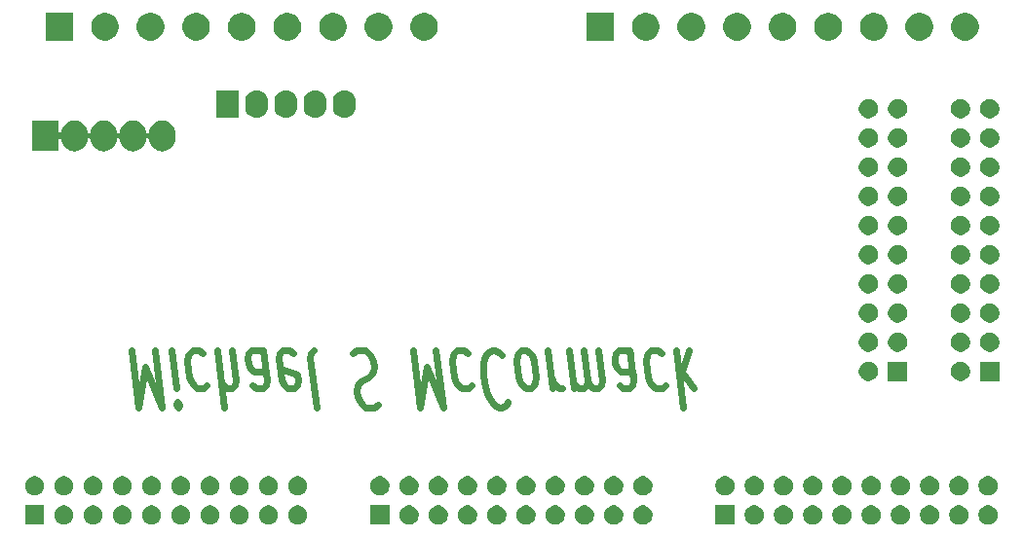
<source format=gbs>
G04 #@! TF.GenerationSoftware,KiCad,Pcbnew,(5.0.2)-1*
G04 #@! TF.CreationDate,2019-04-13T07:43:48-04:00*
G04 #@! TF.ProjectId,Console,436f6e73-6f6c-4652-9e6b-696361645f70,rev?*
G04 #@! TF.SameCoordinates,Original*
G04 #@! TF.FileFunction,Soldermask,Bot*
G04 #@! TF.FilePolarity,Negative*
%FSLAX46Y46*%
G04 Gerber Fmt 4.6, Leading zero omitted, Abs format (unit mm)*
G04 Created by KiCad (PCBNEW (5.0.2)-1) date 4/13/2019 7:43:48 AM*
%MOMM*%
%LPD*%
G01*
G04 APERTURE LIST*
%ADD10C,0.600000*%
%ADD11C,0.100000*%
G04 APERTURE END LIST*
D10*
X111434047Y-133638095D02*
X112059047Y-138638095D01*
X112612619Y-135066666D01*
X114059047Y-138638095D01*
X113434047Y-133638095D01*
X114862619Y-133638095D02*
X115279285Y-136971428D01*
X115487619Y-138638095D02*
X115315000Y-138400000D01*
X115428095Y-138161904D01*
X115600714Y-138400000D01*
X115487619Y-138638095D01*
X115428095Y-138161904D01*
X117606666Y-133876190D02*
X117291190Y-133638095D01*
X116719761Y-133638095D01*
X116463809Y-133876190D01*
X116350714Y-134114285D01*
X116267380Y-134590476D01*
X116445952Y-136019047D01*
X116648333Y-136495238D01*
X116820952Y-136733333D01*
X117136428Y-136971428D01*
X117707857Y-136971428D01*
X117963809Y-136733333D01*
X118862619Y-133638095D02*
X119487619Y-138638095D01*
X120148333Y-133638095D02*
X120475714Y-136257142D01*
X120392380Y-136733333D01*
X120136428Y-136971428D01*
X119707857Y-136971428D01*
X119392380Y-136733333D01*
X119219761Y-136495238D01*
X122862619Y-133638095D02*
X123190000Y-136257142D01*
X123106666Y-136733333D01*
X122850714Y-136971428D01*
X122279285Y-136971428D01*
X121963809Y-136733333D01*
X122892380Y-133876190D02*
X122576904Y-133638095D01*
X121862619Y-133638095D01*
X121606666Y-133876190D01*
X121523333Y-134352380D01*
X121582857Y-134828571D01*
X121785238Y-135304761D01*
X122100714Y-135542857D01*
X122815000Y-135542857D01*
X123130476Y-135780952D01*
X125463809Y-133876190D02*
X125148333Y-133638095D01*
X124576904Y-133638095D01*
X124320952Y-133876190D01*
X124237619Y-134352380D01*
X124475714Y-136257142D01*
X124678095Y-136733333D01*
X124993571Y-136971428D01*
X125565000Y-136971428D01*
X125820952Y-136733333D01*
X125904285Y-136257142D01*
X125844761Y-135780952D01*
X124356666Y-135304761D01*
X127291190Y-133638095D02*
X127035238Y-133876190D01*
X126951904Y-134352380D01*
X127487619Y-138638095D01*
X130606666Y-133876190D02*
X131005476Y-133638095D01*
X131719761Y-133638095D01*
X132035238Y-133876190D01*
X132207857Y-134114285D01*
X132410238Y-134590476D01*
X132469761Y-135066666D01*
X132386428Y-135542857D01*
X132273333Y-135780952D01*
X132017380Y-136019047D01*
X131475714Y-136257142D01*
X131219761Y-136495238D01*
X131106666Y-136733333D01*
X131023333Y-137209523D01*
X131082857Y-137685714D01*
X131285238Y-138161904D01*
X131457857Y-138400000D01*
X131773333Y-138638095D01*
X132487619Y-138638095D01*
X132886428Y-138400000D01*
X135862619Y-133638095D02*
X136487619Y-138638095D01*
X137041190Y-135066666D01*
X138487619Y-138638095D01*
X137862619Y-133638095D01*
X140606666Y-133876190D02*
X140291190Y-133638095D01*
X139719761Y-133638095D01*
X139463809Y-133876190D01*
X139350714Y-134114285D01*
X139267380Y-134590476D01*
X139445952Y-136019047D01*
X139648333Y-136495238D01*
X139820952Y-136733333D01*
X140136428Y-136971428D01*
X140707857Y-136971428D01*
X140963809Y-136733333D01*
X143636428Y-134114285D02*
X143463809Y-133876190D01*
X143005476Y-133638095D01*
X142719761Y-133638095D01*
X142320952Y-133876190D01*
X142094761Y-134352380D01*
X142011428Y-134828571D01*
X141987619Y-135780952D01*
X142076904Y-136495238D01*
X142338809Y-137447619D01*
X142541190Y-137923809D01*
X142886428Y-138400000D01*
X143344761Y-138638095D01*
X143630476Y-138638095D01*
X144029285Y-138400000D01*
X144142380Y-138161904D01*
X145291190Y-133638095D02*
X145035238Y-133876190D01*
X144922142Y-134114285D01*
X144838809Y-134590476D01*
X145017380Y-136019047D01*
X145219761Y-136495238D01*
X145392380Y-136733333D01*
X145707857Y-136971428D01*
X146136428Y-136971428D01*
X146392380Y-136733333D01*
X146505476Y-136495238D01*
X146588809Y-136019047D01*
X146410238Y-134590476D01*
X146207857Y-134114285D01*
X146035238Y-133876190D01*
X145719761Y-133638095D01*
X145291190Y-133638095D01*
X147576904Y-133638095D02*
X147993571Y-136971428D01*
X147874523Y-136019047D02*
X148076904Y-136495238D01*
X148249523Y-136733333D01*
X148565000Y-136971428D01*
X148850714Y-136971428D01*
X149434047Y-133638095D02*
X149850714Y-136971428D01*
X149791190Y-136495238D02*
X149963809Y-136733333D01*
X150279285Y-136971428D01*
X150707857Y-136971428D01*
X150963809Y-136733333D01*
X151047142Y-136257142D01*
X150719761Y-133638095D01*
X151047142Y-136257142D02*
X151249523Y-136733333D01*
X151565000Y-136971428D01*
X151993571Y-136971428D01*
X152249523Y-136733333D01*
X152332857Y-136257142D01*
X152005476Y-133638095D01*
X154719761Y-133638095D02*
X155047142Y-136257142D01*
X154963809Y-136733333D01*
X154707857Y-136971428D01*
X154136428Y-136971428D01*
X153820952Y-136733333D01*
X154749523Y-133876190D02*
X154434047Y-133638095D01*
X153719761Y-133638095D01*
X153463809Y-133876190D01*
X153380476Y-134352380D01*
X153440000Y-134828571D01*
X153642380Y-135304761D01*
X153957857Y-135542857D01*
X154672142Y-135542857D01*
X154987619Y-135780952D01*
X157463809Y-133876190D02*
X157148333Y-133638095D01*
X156576904Y-133638095D01*
X156320952Y-133876190D01*
X156207857Y-134114285D01*
X156124523Y-134590476D01*
X156303095Y-136019047D01*
X156505476Y-136495238D01*
X156678095Y-136733333D01*
X156993571Y-136971428D01*
X157565000Y-136971428D01*
X157820952Y-136733333D01*
X158719761Y-133638095D02*
X159344761Y-138638095D01*
X159243571Y-135542857D02*
X159862619Y-133638095D01*
X160279285Y-136971428D02*
X158898333Y-135066666D01*
D11*
G36*
X135783558Y-147197088D02*
X135935522Y-147260033D01*
X136072284Y-147351415D01*
X136188585Y-147467716D01*
X136279967Y-147604478D01*
X136342912Y-147756442D01*
X136375000Y-147917758D01*
X136375000Y-148082242D01*
X136342912Y-148243558D01*
X136279967Y-148395522D01*
X136188585Y-148532284D01*
X136072284Y-148648585D01*
X135935522Y-148739967D01*
X135783558Y-148802912D01*
X135622242Y-148835000D01*
X135457758Y-148835000D01*
X135296442Y-148802912D01*
X135144478Y-148739967D01*
X135007716Y-148648585D01*
X134891415Y-148532284D01*
X134800033Y-148395522D01*
X134737088Y-148243558D01*
X134705000Y-148082242D01*
X134705000Y-147917758D01*
X134737088Y-147756442D01*
X134800033Y-147604478D01*
X134891415Y-147467716D01*
X135007716Y-147351415D01*
X135144478Y-147260033D01*
X135296442Y-147197088D01*
X135457758Y-147165000D01*
X135622242Y-147165000D01*
X135783558Y-147197088D01*
X135783558Y-147197088D01*
G37*
G36*
X118483558Y-147197088D02*
X118635522Y-147260033D01*
X118772284Y-147351415D01*
X118888585Y-147467716D01*
X118979967Y-147604478D01*
X119042912Y-147756442D01*
X119075000Y-147917758D01*
X119075000Y-148082242D01*
X119042912Y-148243558D01*
X118979967Y-148395522D01*
X118888585Y-148532284D01*
X118772284Y-148648585D01*
X118635522Y-148739967D01*
X118483558Y-148802912D01*
X118322242Y-148835000D01*
X118157758Y-148835000D01*
X117996442Y-148802912D01*
X117844478Y-148739967D01*
X117707716Y-148648585D01*
X117591415Y-148532284D01*
X117500033Y-148395522D01*
X117437088Y-148243558D01*
X117405000Y-148082242D01*
X117405000Y-147917758D01*
X117437088Y-147756442D01*
X117500033Y-147604478D01*
X117591415Y-147467716D01*
X117707716Y-147351415D01*
X117844478Y-147260033D01*
X117996442Y-147197088D01*
X118157758Y-147165000D01*
X118322242Y-147165000D01*
X118483558Y-147197088D01*
X118483558Y-147197088D01*
G37*
G36*
X133835000Y-148835000D02*
X132165000Y-148835000D01*
X132165000Y-147165000D01*
X133835000Y-147165000D01*
X133835000Y-148835000D01*
X133835000Y-148835000D01*
G37*
G36*
X186103558Y-147197088D02*
X186255522Y-147260033D01*
X186392284Y-147351415D01*
X186508585Y-147467716D01*
X186599967Y-147604478D01*
X186662912Y-147756442D01*
X186695000Y-147917758D01*
X186695000Y-148082242D01*
X186662912Y-148243558D01*
X186599967Y-148395522D01*
X186508585Y-148532284D01*
X186392284Y-148648585D01*
X186255522Y-148739967D01*
X186103558Y-148802912D01*
X185942242Y-148835000D01*
X185777758Y-148835000D01*
X185616442Y-148802912D01*
X185464478Y-148739967D01*
X185327716Y-148648585D01*
X185211415Y-148532284D01*
X185120033Y-148395522D01*
X185057088Y-148243558D01*
X185025000Y-148082242D01*
X185025000Y-147917758D01*
X185057088Y-147756442D01*
X185120033Y-147604478D01*
X185211415Y-147467716D01*
X185327716Y-147351415D01*
X185464478Y-147260033D01*
X185616442Y-147197088D01*
X185777758Y-147165000D01*
X185942242Y-147165000D01*
X186103558Y-147197088D01*
X186103558Y-147197088D01*
G37*
G36*
X183563558Y-147197088D02*
X183715522Y-147260033D01*
X183852284Y-147351415D01*
X183968585Y-147467716D01*
X184059967Y-147604478D01*
X184122912Y-147756442D01*
X184155000Y-147917758D01*
X184155000Y-148082242D01*
X184122912Y-148243558D01*
X184059967Y-148395522D01*
X183968585Y-148532284D01*
X183852284Y-148648585D01*
X183715522Y-148739967D01*
X183563558Y-148802912D01*
X183402242Y-148835000D01*
X183237758Y-148835000D01*
X183076442Y-148802912D01*
X182924478Y-148739967D01*
X182787716Y-148648585D01*
X182671415Y-148532284D01*
X182580033Y-148395522D01*
X182517088Y-148243558D01*
X182485000Y-148082242D01*
X182485000Y-147917758D01*
X182517088Y-147756442D01*
X182580033Y-147604478D01*
X182671415Y-147467716D01*
X182787716Y-147351415D01*
X182924478Y-147260033D01*
X183076442Y-147197088D01*
X183237758Y-147165000D01*
X183402242Y-147165000D01*
X183563558Y-147197088D01*
X183563558Y-147197088D01*
G37*
G36*
X181023558Y-147197088D02*
X181175522Y-147260033D01*
X181312284Y-147351415D01*
X181428585Y-147467716D01*
X181519967Y-147604478D01*
X181582912Y-147756442D01*
X181615000Y-147917758D01*
X181615000Y-148082242D01*
X181582912Y-148243558D01*
X181519967Y-148395522D01*
X181428585Y-148532284D01*
X181312284Y-148648585D01*
X181175522Y-148739967D01*
X181023558Y-148802912D01*
X180862242Y-148835000D01*
X180697758Y-148835000D01*
X180536442Y-148802912D01*
X180384478Y-148739967D01*
X180247716Y-148648585D01*
X180131415Y-148532284D01*
X180040033Y-148395522D01*
X179977088Y-148243558D01*
X179945000Y-148082242D01*
X179945000Y-147917758D01*
X179977088Y-147756442D01*
X180040033Y-147604478D01*
X180131415Y-147467716D01*
X180247716Y-147351415D01*
X180384478Y-147260033D01*
X180536442Y-147197088D01*
X180697758Y-147165000D01*
X180862242Y-147165000D01*
X181023558Y-147197088D01*
X181023558Y-147197088D01*
G37*
G36*
X178483558Y-147197088D02*
X178635522Y-147260033D01*
X178772284Y-147351415D01*
X178888585Y-147467716D01*
X178979967Y-147604478D01*
X179042912Y-147756442D01*
X179075000Y-147917758D01*
X179075000Y-148082242D01*
X179042912Y-148243558D01*
X178979967Y-148395522D01*
X178888585Y-148532284D01*
X178772284Y-148648585D01*
X178635522Y-148739967D01*
X178483558Y-148802912D01*
X178322242Y-148835000D01*
X178157758Y-148835000D01*
X177996442Y-148802912D01*
X177844478Y-148739967D01*
X177707716Y-148648585D01*
X177591415Y-148532284D01*
X177500033Y-148395522D01*
X177437088Y-148243558D01*
X177405000Y-148082242D01*
X177405000Y-147917758D01*
X177437088Y-147756442D01*
X177500033Y-147604478D01*
X177591415Y-147467716D01*
X177707716Y-147351415D01*
X177844478Y-147260033D01*
X177996442Y-147197088D01*
X178157758Y-147165000D01*
X178322242Y-147165000D01*
X178483558Y-147197088D01*
X178483558Y-147197088D01*
G37*
G36*
X175943558Y-147197088D02*
X176095522Y-147260033D01*
X176232284Y-147351415D01*
X176348585Y-147467716D01*
X176439967Y-147604478D01*
X176502912Y-147756442D01*
X176535000Y-147917758D01*
X176535000Y-148082242D01*
X176502912Y-148243558D01*
X176439967Y-148395522D01*
X176348585Y-148532284D01*
X176232284Y-148648585D01*
X176095522Y-148739967D01*
X175943558Y-148802912D01*
X175782242Y-148835000D01*
X175617758Y-148835000D01*
X175456442Y-148802912D01*
X175304478Y-148739967D01*
X175167716Y-148648585D01*
X175051415Y-148532284D01*
X174960033Y-148395522D01*
X174897088Y-148243558D01*
X174865000Y-148082242D01*
X174865000Y-147917758D01*
X174897088Y-147756442D01*
X174960033Y-147604478D01*
X175051415Y-147467716D01*
X175167716Y-147351415D01*
X175304478Y-147260033D01*
X175456442Y-147197088D01*
X175617758Y-147165000D01*
X175782242Y-147165000D01*
X175943558Y-147197088D01*
X175943558Y-147197088D01*
G37*
G36*
X173403558Y-147197088D02*
X173555522Y-147260033D01*
X173692284Y-147351415D01*
X173808585Y-147467716D01*
X173899967Y-147604478D01*
X173962912Y-147756442D01*
X173995000Y-147917758D01*
X173995000Y-148082242D01*
X173962912Y-148243558D01*
X173899967Y-148395522D01*
X173808585Y-148532284D01*
X173692284Y-148648585D01*
X173555522Y-148739967D01*
X173403558Y-148802912D01*
X173242242Y-148835000D01*
X173077758Y-148835000D01*
X172916442Y-148802912D01*
X172764478Y-148739967D01*
X172627716Y-148648585D01*
X172511415Y-148532284D01*
X172420033Y-148395522D01*
X172357088Y-148243558D01*
X172325000Y-148082242D01*
X172325000Y-147917758D01*
X172357088Y-147756442D01*
X172420033Y-147604478D01*
X172511415Y-147467716D01*
X172627716Y-147351415D01*
X172764478Y-147260033D01*
X172916442Y-147197088D01*
X173077758Y-147165000D01*
X173242242Y-147165000D01*
X173403558Y-147197088D01*
X173403558Y-147197088D01*
G37*
G36*
X170863558Y-147197088D02*
X171015522Y-147260033D01*
X171152284Y-147351415D01*
X171268585Y-147467716D01*
X171359967Y-147604478D01*
X171422912Y-147756442D01*
X171455000Y-147917758D01*
X171455000Y-148082242D01*
X171422912Y-148243558D01*
X171359967Y-148395522D01*
X171268585Y-148532284D01*
X171152284Y-148648585D01*
X171015522Y-148739967D01*
X170863558Y-148802912D01*
X170702242Y-148835000D01*
X170537758Y-148835000D01*
X170376442Y-148802912D01*
X170224478Y-148739967D01*
X170087716Y-148648585D01*
X169971415Y-148532284D01*
X169880033Y-148395522D01*
X169817088Y-148243558D01*
X169785000Y-148082242D01*
X169785000Y-147917758D01*
X169817088Y-147756442D01*
X169880033Y-147604478D01*
X169971415Y-147467716D01*
X170087716Y-147351415D01*
X170224478Y-147260033D01*
X170376442Y-147197088D01*
X170537758Y-147165000D01*
X170702242Y-147165000D01*
X170863558Y-147197088D01*
X170863558Y-147197088D01*
G37*
G36*
X168323558Y-147197088D02*
X168475522Y-147260033D01*
X168612284Y-147351415D01*
X168728585Y-147467716D01*
X168819967Y-147604478D01*
X168882912Y-147756442D01*
X168915000Y-147917758D01*
X168915000Y-148082242D01*
X168882912Y-148243558D01*
X168819967Y-148395522D01*
X168728585Y-148532284D01*
X168612284Y-148648585D01*
X168475522Y-148739967D01*
X168323558Y-148802912D01*
X168162242Y-148835000D01*
X167997758Y-148835000D01*
X167836442Y-148802912D01*
X167684478Y-148739967D01*
X167547716Y-148648585D01*
X167431415Y-148532284D01*
X167340033Y-148395522D01*
X167277088Y-148243558D01*
X167245000Y-148082242D01*
X167245000Y-147917758D01*
X167277088Y-147756442D01*
X167340033Y-147604478D01*
X167431415Y-147467716D01*
X167547716Y-147351415D01*
X167684478Y-147260033D01*
X167836442Y-147197088D01*
X167997758Y-147165000D01*
X168162242Y-147165000D01*
X168323558Y-147197088D01*
X168323558Y-147197088D01*
G37*
G36*
X165783558Y-147197088D02*
X165935522Y-147260033D01*
X166072284Y-147351415D01*
X166188585Y-147467716D01*
X166279967Y-147604478D01*
X166342912Y-147756442D01*
X166375000Y-147917758D01*
X166375000Y-148082242D01*
X166342912Y-148243558D01*
X166279967Y-148395522D01*
X166188585Y-148532284D01*
X166072284Y-148648585D01*
X165935522Y-148739967D01*
X165783558Y-148802912D01*
X165622242Y-148835000D01*
X165457758Y-148835000D01*
X165296442Y-148802912D01*
X165144478Y-148739967D01*
X165007716Y-148648585D01*
X164891415Y-148532284D01*
X164800033Y-148395522D01*
X164737088Y-148243558D01*
X164705000Y-148082242D01*
X164705000Y-147917758D01*
X164737088Y-147756442D01*
X164800033Y-147604478D01*
X164891415Y-147467716D01*
X165007716Y-147351415D01*
X165144478Y-147260033D01*
X165296442Y-147197088D01*
X165457758Y-147165000D01*
X165622242Y-147165000D01*
X165783558Y-147197088D01*
X165783558Y-147197088D01*
G37*
G36*
X163835000Y-148835000D02*
X162165000Y-148835000D01*
X162165000Y-147165000D01*
X163835000Y-147165000D01*
X163835000Y-148835000D01*
X163835000Y-148835000D01*
G37*
G36*
X126103558Y-147197088D02*
X126255522Y-147260033D01*
X126392284Y-147351415D01*
X126508585Y-147467716D01*
X126599967Y-147604478D01*
X126662912Y-147756442D01*
X126695000Y-147917758D01*
X126695000Y-148082242D01*
X126662912Y-148243558D01*
X126599967Y-148395522D01*
X126508585Y-148532284D01*
X126392284Y-148648585D01*
X126255522Y-148739967D01*
X126103558Y-148802912D01*
X125942242Y-148835000D01*
X125777758Y-148835000D01*
X125616442Y-148802912D01*
X125464478Y-148739967D01*
X125327716Y-148648585D01*
X125211415Y-148532284D01*
X125120033Y-148395522D01*
X125057088Y-148243558D01*
X125025000Y-148082242D01*
X125025000Y-147917758D01*
X125057088Y-147756442D01*
X125120033Y-147604478D01*
X125211415Y-147467716D01*
X125327716Y-147351415D01*
X125464478Y-147260033D01*
X125616442Y-147197088D01*
X125777758Y-147165000D01*
X125942242Y-147165000D01*
X126103558Y-147197088D01*
X126103558Y-147197088D01*
G37*
G36*
X123563558Y-147197088D02*
X123715522Y-147260033D01*
X123852284Y-147351415D01*
X123968585Y-147467716D01*
X124059967Y-147604478D01*
X124122912Y-147756442D01*
X124155000Y-147917758D01*
X124155000Y-148082242D01*
X124122912Y-148243558D01*
X124059967Y-148395522D01*
X123968585Y-148532284D01*
X123852284Y-148648585D01*
X123715522Y-148739967D01*
X123563558Y-148802912D01*
X123402242Y-148835000D01*
X123237758Y-148835000D01*
X123076442Y-148802912D01*
X122924478Y-148739967D01*
X122787716Y-148648585D01*
X122671415Y-148532284D01*
X122580033Y-148395522D01*
X122517088Y-148243558D01*
X122485000Y-148082242D01*
X122485000Y-147917758D01*
X122517088Y-147756442D01*
X122580033Y-147604478D01*
X122671415Y-147467716D01*
X122787716Y-147351415D01*
X122924478Y-147260033D01*
X123076442Y-147197088D01*
X123237758Y-147165000D01*
X123402242Y-147165000D01*
X123563558Y-147197088D01*
X123563558Y-147197088D01*
G37*
G36*
X121023558Y-147197088D02*
X121175522Y-147260033D01*
X121312284Y-147351415D01*
X121428585Y-147467716D01*
X121519967Y-147604478D01*
X121582912Y-147756442D01*
X121615000Y-147917758D01*
X121615000Y-148082242D01*
X121582912Y-148243558D01*
X121519967Y-148395522D01*
X121428585Y-148532284D01*
X121312284Y-148648585D01*
X121175522Y-148739967D01*
X121023558Y-148802912D01*
X120862242Y-148835000D01*
X120697758Y-148835000D01*
X120536442Y-148802912D01*
X120384478Y-148739967D01*
X120247716Y-148648585D01*
X120131415Y-148532284D01*
X120040033Y-148395522D01*
X119977088Y-148243558D01*
X119945000Y-148082242D01*
X119945000Y-147917758D01*
X119977088Y-147756442D01*
X120040033Y-147604478D01*
X120131415Y-147467716D01*
X120247716Y-147351415D01*
X120384478Y-147260033D01*
X120536442Y-147197088D01*
X120697758Y-147165000D01*
X120862242Y-147165000D01*
X121023558Y-147197088D01*
X121023558Y-147197088D01*
G37*
G36*
X115943558Y-147197088D02*
X116095522Y-147260033D01*
X116232284Y-147351415D01*
X116348585Y-147467716D01*
X116439967Y-147604478D01*
X116502912Y-147756442D01*
X116535000Y-147917758D01*
X116535000Y-148082242D01*
X116502912Y-148243558D01*
X116439967Y-148395522D01*
X116348585Y-148532284D01*
X116232284Y-148648585D01*
X116095522Y-148739967D01*
X115943558Y-148802912D01*
X115782242Y-148835000D01*
X115617758Y-148835000D01*
X115456442Y-148802912D01*
X115304478Y-148739967D01*
X115167716Y-148648585D01*
X115051415Y-148532284D01*
X114960033Y-148395522D01*
X114897088Y-148243558D01*
X114865000Y-148082242D01*
X114865000Y-147917758D01*
X114897088Y-147756442D01*
X114960033Y-147604478D01*
X115051415Y-147467716D01*
X115167716Y-147351415D01*
X115304478Y-147260033D01*
X115456442Y-147197088D01*
X115617758Y-147165000D01*
X115782242Y-147165000D01*
X115943558Y-147197088D01*
X115943558Y-147197088D01*
G37*
G36*
X153563558Y-147197088D02*
X153715522Y-147260033D01*
X153852284Y-147351415D01*
X153968585Y-147467716D01*
X154059967Y-147604478D01*
X154122912Y-147756442D01*
X154155000Y-147917758D01*
X154155000Y-148082242D01*
X154122912Y-148243558D01*
X154059967Y-148395522D01*
X153968585Y-148532284D01*
X153852284Y-148648585D01*
X153715522Y-148739967D01*
X153563558Y-148802912D01*
X153402242Y-148835000D01*
X153237758Y-148835000D01*
X153076442Y-148802912D01*
X152924478Y-148739967D01*
X152787716Y-148648585D01*
X152671415Y-148532284D01*
X152580033Y-148395522D01*
X152517088Y-148243558D01*
X152485000Y-148082242D01*
X152485000Y-147917758D01*
X152517088Y-147756442D01*
X152580033Y-147604478D01*
X152671415Y-147467716D01*
X152787716Y-147351415D01*
X152924478Y-147260033D01*
X153076442Y-147197088D01*
X153237758Y-147165000D01*
X153402242Y-147165000D01*
X153563558Y-147197088D01*
X153563558Y-147197088D01*
G37*
G36*
X138323558Y-147197088D02*
X138475522Y-147260033D01*
X138612284Y-147351415D01*
X138728585Y-147467716D01*
X138819967Y-147604478D01*
X138882912Y-147756442D01*
X138915000Y-147917758D01*
X138915000Y-148082242D01*
X138882912Y-148243558D01*
X138819967Y-148395522D01*
X138728585Y-148532284D01*
X138612284Y-148648585D01*
X138475522Y-148739967D01*
X138323558Y-148802912D01*
X138162242Y-148835000D01*
X137997758Y-148835000D01*
X137836442Y-148802912D01*
X137684478Y-148739967D01*
X137547716Y-148648585D01*
X137431415Y-148532284D01*
X137340033Y-148395522D01*
X137277088Y-148243558D01*
X137245000Y-148082242D01*
X137245000Y-147917758D01*
X137277088Y-147756442D01*
X137340033Y-147604478D01*
X137431415Y-147467716D01*
X137547716Y-147351415D01*
X137684478Y-147260033D01*
X137836442Y-147197088D01*
X137997758Y-147165000D01*
X138162242Y-147165000D01*
X138323558Y-147197088D01*
X138323558Y-147197088D01*
G37*
G36*
X140863558Y-147197088D02*
X141015522Y-147260033D01*
X141152284Y-147351415D01*
X141268585Y-147467716D01*
X141359967Y-147604478D01*
X141422912Y-147756442D01*
X141455000Y-147917758D01*
X141455000Y-148082242D01*
X141422912Y-148243558D01*
X141359967Y-148395522D01*
X141268585Y-148532284D01*
X141152284Y-148648585D01*
X141015522Y-148739967D01*
X140863558Y-148802912D01*
X140702242Y-148835000D01*
X140537758Y-148835000D01*
X140376442Y-148802912D01*
X140224478Y-148739967D01*
X140087716Y-148648585D01*
X139971415Y-148532284D01*
X139880033Y-148395522D01*
X139817088Y-148243558D01*
X139785000Y-148082242D01*
X139785000Y-147917758D01*
X139817088Y-147756442D01*
X139880033Y-147604478D01*
X139971415Y-147467716D01*
X140087716Y-147351415D01*
X140224478Y-147260033D01*
X140376442Y-147197088D01*
X140537758Y-147165000D01*
X140702242Y-147165000D01*
X140863558Y-147197088D01*
X140863558Y-147197088D01*
G37*
G36*
X143403558Y-147197088D02*
X143555522Y-147260033D01*
X143692284Y-147351415D01*
X143808585Y-147467716D01*
X143899967Y-147604478D01*
X143962912Y-147756442D01*
X143995000Y-147917758D01*
X143995000Y-148082242D01*
X143962912Y-148243558D01*
X143899967Y-148395522D01*
X143808585Y-148532284D01*
X143692284Y-148648585D01*
X143555522Y-148739967D01*
X143403558Y-148802912D01*
X143242242Y-148835000D01*
X143077758Y-148835000D01*
X142916442Y-148802912D01*
X142764478Y-148739967D01*
X142627716Y-148648585D01*
X142511415Y-148532284D01*
X142420033Y-148395522D01*
X142357088Y-148243558D01*
X142325000Y-148082242D01*
X142325000Y-147917758D01*
X142357088Y-147756442D01*
X142420033Y-147604478D01*
X142511415Y-147467716D01*
X142627716Y-147351415D01*
X142764478Y-147260033D01*
X142916442Y-147197088D01*
X143077758Y-147165000D01*
X143242242Y-147165000D01*
X143403558Y-147197088D01*
X143403558Y-147197088D01*
G37*
G36*
X145943558Y-147197088D02*
X146095522Y-147260033D01*
X146232284Y-147351415D01*
X146348585Y-147467716D01*
X146439967Y-147604478D01*
X146502912Y-147756442D01*
X146535000Y-147917758D01*
X146535000Y-148082242D01*
X146502912Y-148243558D01*
X146439967Y-148395522D01*
X146348585Y-148532284D01*
X146232284Y-148648585D01*
X146095522Y-148739967D01*
X145943558Y-148802912D01*
X145782242Y-148835000D01*
X145617758Y-148835000D01*
X145456442Y-148802912D01*
X145304478Y-148739967D01*
X145167716Y-148648585D01*
X145051415Y-148532284D01*
X144960033Y-148395522D01*
X144897088Y-148243558D01*
X144865000Y-148082242D01*
X144865000Y-147917758D01*
X144897088Y-147756442D01*
X144960033Y-147604478D01*
X145051415Y-147467716D01*
X145167716Y-147351415D01*
X145304478Y-147260033D01*
X145456442Y-147197088D01*
X145617758Y-147165000D01*
X145782242Y-147165000D01*
X145943558Y-147197088D01*
X145943558Y-147197088D01*
G37*
G36*
X148483558Y-147197088D02*
X148635522Y-147260033D01*
X148772284Y-147351415D01*
X148888585Y-147467716D01*
X148979967Y-147604478D01*
X149042912Y-147756442D01*
X149075000Y-147917758D01*
X149075000Y-148082242D01*
X149042912Y-148243558D01*
X148979967Y-148395522D01*
X148888585Y-148532284D01*
X148772284Y-148648585D01*
X148635522Y-148739967D01*
X148483558Y-148802912D01*
X148322242Y-148835000D01*
X148157758Y-148835000D01*
X147996442Y-148802912D01*
X147844478Y-148739967D01*
X147707716Y-148648585D01*
X147591415Y-148532284D01*
X147500033Y-148395522D01*
X147437088Y-148243558D01*
X147405000Y-148082242D01*
X147405000Y-147917758D01*
X147437088Y-147756442D01*
X147500033Y-147604478D01*
X147591415Y-147467716D01*
X147707716Y-147351415D01*
X147844478Y-147260033D01*
X147996442Y-147197088D01*
X148157758Y-147165000D01*
X148322242Y-147165000D01*
X148483558Y-147197088D01*
X148483558Y-147197088D01*
G37*
G36*
X151023558Y-147197088D02*
X151175522Y-147260033D01*
X151312284Y-147351415D01*
X151428585Y-147467716D01*
X151519967Y-147604478D01*
X151582912Y-147756442D01*
X151615000Y-147917758D01*
X151615000Y-148082242D01*
X151582912Y-148243558D01*
X151519967Y-148395522D01*
X151428585Y-148532284D01*
X151312284Y-148648585D01*
X151175522Y-148739967D01*
X151023558Y-148802912D01*
X150862242Y-148835000D01*
X150697758Y-148835000D01*
X150536442Y-148802912D01*
X150384478Y-148739967D01*
X150247716Y-148648585D01*
X150131415Y-148532284D01*
X150040033Y-148395522D01*
X149977088Y-148243558D01*
X149945000Y-148082242D01*
X149945000Y-147917758D01*
X149977088Y-147756442D01*
X150040033Y-147604478D01*
X150131415Y-147467716D01*
X150247716Y-147351415D01*
X150384478Y-147260033D01*
X150536442Y-147197088D01*
X150697758Y-147165000D01*
X150862242Y-147165000D01*
X151023558Y-147197088D01*
X151023558Y-147197088D01*
G37*
G36*
X156103558Y-147197088D02*
X156255522Y-147260033D01*
X156392284Y-147351415D01*
X156508585Y-147467716D01*
X156599967Y-147604478D01*
X156662912Y-147756442D01*
X156695000Y-147917758D01*
X156695000Y-148082242D01*
X156662912Y-148243558D01*
X156599967Y-148395522D01*
X156508585Y-148532284D01*
X156392284Y-148648585D01*
X156255522Y-148739967D01*
X156103558Y-148802912D01*
X155942242Y-148835000D01*
X155777758Y-148835000D01*
X155616442Y-148802912D01*
X155464478Y-148739967D01*
X155327716Y-148648585D01*
X155211415Y-148532284D01*
X155120033Y-148395522D01*
X155057088Y-148243558D01*
X155025000Y-148082242D01*
X155025000Y-147917758D01*
X155057088Y-147756442D01*
X155120033Y-147604478D01*
X155211415Y-147467716D01*
X155327716Y-147351415D01*
X155464478Y-147260033D01*
X155616442Y-147197088D01*
X155777758Y-147165000D01*
X155942242Y-147165000D01*
X156103558Y-147197088D01*
X156103558Y-147197088D01*
G37*
G36*
X103835000Y-148835000D02*
X102165000Y-148835000D01*
X102165000Y-147165000D01*
X103835000Y-147165000D01*
X103835000Y-148835000D01*
X103835000Y-148835000D01*
G37*
G36*
X105783558Y-147197088D02*
X105935522Y-147260033D01*
X106072284Y-147351415D01*
X106188585Y-147467716D01*
X106279967Y-147604478D01*
X106342912Y-147756442D01*
X106375000Y-147917758D01*
X106375000Y-148082242D01*
X106342912Y-148243558D01*
X106279967Y-148395522D01*
X106188585Y-148532284D01*
X106072284Y-148648585D01*
X105935522Y-148739967D01*
X105783558Y-148802912D01*
X105622242Y-148835000D01*
X105457758Y-148835000D01*
X105296442Y-148802912D01*
X105144478Y-148739967D01*
X105007716Y-148648585D01*
X104891415Y-148532284D01*
X104800033Y-148395522D01*
X104737088Y-148243558D01*
X104705000Y-148082242D01*
X104705000Y-147917758D01*
X104737088Y-147756442D01*
X104800033Y-147604478D01*
X104891415Y-147467716D01*
X105007716Y-147351415D01*
X105144478Y-147260033D01*
X105296442Y-147197088D01*
X105457758Y-147165000D01*
X105622242Y-147165000D01*
X105783558Y-147197088D01*
X105783558Y-147197088D01*
G37*
G36*
X108323558Y-147197088D02*
X108475522Y-147260033D01*
X108612284Y-147351415D01*
X108728585Y-147467716D01*
X108819967Y-147604478D01*
X108882912Y-147756442D01*
X108915000Y-147917758D01*
X108915000Y-148082242D01*
X108882912Y-148243558D01*
X108819967Y-148395522D01*
X108728585Y-148532284D01*
X108612284Y-148648585D01*
X108475522Y-148739967D01*
X108323558Y-148802912D01*
X108162242Y-148835000D01*
X107997758Y-148835000D01*
X107836442Y-148802912D01*
X107684478Y-148739967D01*
X107547716Y-148648585D01*
X107431415Y-148532284D01*
X107340033Y-148395522D01*
X107277088Y-148243558D01*
X107245000Y-148082242D01*
X107245000Y-147917758D01*
X107277088Y-147756442D01*
X107340033Y-147604478D01*
X107431415Y-147467716D01*
X107547716Y-147351415D01*
X107684478Y-147260033D01*
X107836442Y-147197088D01*
X107997758Y-147165000D01*
X108162242Y-147165000D01*
X108323558Y-147197088D01*
X108323558Y-147197088D01*
G37*
G36*
X110863558Y-147197088D02*
X111015522Y-147260033D01*
X111152284Y-147351415D01*
X111268585Y-147467716D01*
X111359967Y-147604478D01*
X111422912Y-147756442D01*
X111455000Y-147917758D01*
X111455000Y-148082242D01*
X111422912Y-148243558D01*
X111359967Y-148395522D01*
X111268585Y-148532284D01*
X111152284Y-148648585D01*
X111015522Y-148739967D01*
X110863558Y-148802912D01*
X110702242Y-148835000D01*
X110537758Y-148835000D01*
X110376442Y-148802912D01*
X110224478Y-148739967D01*
X110087716Y-148648585D01*
X109971415Y-148532284D01*
X109880033Y-148395522D01*
X109817088Y-148243558D01*
X109785000Y-148082242D01*
X109785000Y-147917758D01*
X109817088Y-147756442D01*
X109880033Y-147604478D01*
X109971415Y-147467716D01*
X110087716Y-147351415D01*
X110224478Y-147260033D01*
X110376442Y-147197088D01*
X110537758Y-147165000D01*
X110702242Y-147165000D01*
X110863558Y-147197088D01*
X110863558Y-147197088D01*
G37*
G36*
X113403558Y-147197088D02*
X113555522Y-147260033D01*
X113692284Y-147351415D01*
X113808585Y-147467716D01*
X113899967Y-147604478D01*
X113962912Y-147756442D01*
X113995000Y-147917758D01*
X113995000Y-148082242D01*
X113962912Y-148243558D01*
X113899967Y-148395522D01*
X113808585Y-148532284D01*
X113692284Y-148648585D01*
X113555522Y-148739967D01*
X113403558Y-148802912D01*
X113242242Y-148835000D01*
X113077758Y-148835000D01*
X112916442Y-148802912D01*
X112764478Y-148739967D01*
X112627716Y-148648585D01*
X112511415Y-148532284D01*
X112420033Y-148395522D01*
X112357088Y-148243558D01*
X112325000Y-148082242D01*
X112325000Y-147917758D01*
X112357088Y-147756442D01*
X112420033Y-147604478D01*
X112511415Y-147467716D01*
X112627716Y-147351415D01*
X112764478Y-147260033D01*
X112916442Y-147197088D01*
X113077758Y-147165000D01*
X113242242Y-147165000D01*
X113403558Y-147197088D01*
X113403558Y-147197088D01*
G37*
G36*
X143403558Y-144657088D02*
X143555522Y-144720033D01*
X143692284Y-144811415D01*
X143808585Y-144927716D01*
X143899967Y-145064478D01*
X143962912Y-145216442D01*
X143995000Y-145377758D01*
X143995000Y-145542242D01*
X143962912Y-145703558D01*
X143899967Y-145855522D01*
X143808585Y-145992284D01*
X143692284Y-146108585D01*
X143555522Y-146199967D01*
X143403558Y-146262912D01*
X143242242Y-146295000D01*
X143077758Y-146295000D01*
X142916442Y-146262912D01*
X142764478Y-146199967D01*
X142627716Y-146108585D01*
X142511415Y-145992284D01*
X142420033Y-145855522D01*
X142357088Y-145703558D01*
X142325000Y-145542242D01*
X142325000Y-145377758D01*
X142357088Y-145216442D01*
X142420033Y-145064478D01*
X142511415Y-144927716D01*
X142627716Y-144811415D01*
X142764478Y-144720033D01*
X142916442Y-144657088D01*
X143077758Y-144625000D01*
X143242242Y-144625000D01*
X143403558Y-144657088D01*
X143403558Y-144657088D01*
G37*
G36*
X110863558Y-144657088D02*
X111015522Y-144720033D01*
X111152284Y-144811415D01*
X111268585Y-144927716D01*
X111359967Y-145064478D01*
X111422912Y-145216442D01*
X111455000Y-145377758D01*
X111455000Y-145542242D01*
X111422912Y-145703558D01*
X111359967Y-145855522D01*
X111268585Y-145992284D01*
X111152284Y-146108585D01*
X111015522Y-146199967D01*
X110863558Y-146262912D01*
X110702242Y-146295000D01*
X110537758Y-146295000D01*
X110376442Y-146262912D01*
X110224478Y-146199967D01*
X110087716Y-146108585D01*
X109971415Y-145992284D01*
X109880033Y-145855522D01*
X109817088Y-145703558D01*
X109785000Y-145542242D01*
X109785000Y-145377758D01*
X109817088Y-145216442D01*
X109880033Y-145064478D01*
X109971415Y-144927716D01*
X110087716Y-144811415D01*
X110224478Y-144720033D01*
X110376442Y-144657088D01*
X110537758Y-144625000D01*
X110702242Y-144625000D01*
X110863558Y-144657088D01*
X110863558Y-144657088D01*
G37*
G36*
X113403558Y-144657088D02*
X113555522Y-144720033D01*
X113692284Y-144811415D01*
X113808585Y-144927716D01*
X113899967Y-145064478D01*
X113962912Y-145216442D01*
X113995000Y-145377758D01*
X113995000Y-145542242D01*
X113962912Y-145703558D01*
X113899967Y-145855522D01*
X113808585Y-145992284D01*
X113692284Y-146108585D01*
X113555522Y-146199967D01*
X113403558Y-146262912D01*
X113242242Y-146295000D01*
X113077758Y-146295000D01*
X112916442Y-146262912D01*
X112764478Y-146199967D01*
X112627716Y-146108585D01*
X112511415Y-145992284D01*
X112420033Y-145855522D01*
X112357088Y-145703558D01*
X112325000Y-145542242D01*
X112325000Y-145377758D01*
X112357088Y-145216442D01*
X112420033Y-145064478D01*
X112511415Y-144927716D01*
X112627716Y-144811415D01*
X112764478Y-144720033D01*
X112916442Y-144657088D01*
X113077758Y-144625000D01*
X113242242Y-144625000D01*
X113403558Y-144657088D01*
X113403558Y-144657088D01*
G37*
G36*
X156103558Y-144657088D02*
X156255522Y-144720033D01*
X156392284Y-144811415D01*
X156508585Y-144927716D01*
X156599967Y-145064478D01*
X156662912Y-145216442D01*
X156695000Y-145377758D01*
X156695000Y-145542242D01*
X156662912Y-145703558D01*
X156599967Y-145855522D01*
X156508585Y-145992284D01*
X156392284Y-146108585D01*
X156255522Y-146199967D01*
X156103558Y-146262912D01*
X155942242Y-146295000D01*
X155777758Y-146295000D01*
X155616442Y-146262912D01*
X155464478Y-146199967D01*
X155327716Y-146108585D01*
X155211415Y-145992284D01*
X155120033Y-145855522D01*
X155057088Y-145703558D01*
X155025000Y-145542242D01*
X155025000Y-145377758D01*
X155057088Y-145216442D01*
X155120033Y-145064478D01*
X155211415Y-144927716D01*
X155327716Y-144811415D01*
X155464478Y-144720033D01*
X155616442Y-144657088D01*
X155777758Y-144625000D01*
X155942242Y-144625000D01*
X156103558Y-144657088D01*
X156103558Y-144657088D01*
G37*
G36*
X153563558Y-144657088D02*
X153715522Y-144720033D01*
X153852284Y-144811415D01*
X153968585Y-144927716D01*
X154059967Y-145064478D01*
X154122912Y-145216442D01*
X154155000Y-145377758D01*
X154155000Y-145542242D01*
X154122912Y-145703558D01*
X154059967Y-145855522D01*
X153968585Y-145992284D01*
X153852284Y-146108585D01*
X153715522Y-146199967D01*
X153563558Y-146262912D01*
X153402242Y-146295000D01*
X153237758Y-146295000D01*
X153076442Y-146262912D01*
X152924478Y-146199967D01*
X152787716Y-146108585D01*
X152671415Y-145992284D01*
X152580033Y-145855522D01*
X152517088Y-145703558D01*
X152485000Y-145542242D01*
X152485000Y-145377758D01*
X152517088Y-145216442D01*
X152580033Y-145064478D01*
X152671415Y-144927716D01*
X152787716Y-144811415D01*
X152924478Y-144720033D01*
X153076442Y-144657088D01*
X153237758Y-144625000D01*
X153402242Y-144625000D01*
X153563558Y-144657088D01*
X153563558Y-144657088D01*
G37*
G36*
X115943558Y-144657088D02*
X116095522Y-144720033D01*
X116232284Y-144811415D01*
X116348585Y-144927716D01*
X116439967Y-145064478D01*
X116502912Y-145216442D01*
X116535000Y-145377758D01*
X116535000Y-145542242D01*
X116502912Y-145703558D01*
X116439967Y-145855522D01*
X116348585Y-145992284D01*
X116232284Y-146108585D01*
X116095522Y-146199967D01*
X115943558Y-146262912D01*
X115782242Y-146295000D01*
X115617758Y-146295000D01*
X115456442Y-146262912D01*
X115304478Y-146199967D01*
X115167716Y-146108585D01*
X115051415Y-145992284D01*
X114960033Y-145855522D01*
X114897088Y-145703558D01*
X114865000Y-145542242D01*
X114865000Y-145377758D01*
X114897088Y-145216442D01*
X114960033Y-145064478D01*
X115051415Y-144927716D01*
X115167716Y-144811415D01*
X115304478Y-144720033D01*
X115456442Y-144657088D01*
X115617758Y-144625000D01*
X115782242Y-144625000D01*
X115943558Y-144657088D01*
X115943558Y-144657088D01*
G37*
G36*
X133243558Y-144657088D02*
X133395522Y-144720033D01*
X133532284Y-144811415D01*
X133648585Y-144927716D01*
X133739967Y-145064478D01*
X133802912Y-145216442D01*
X133835000Y-145377758D01*
X133835000Y-145542242D01*
X133802912Y-145703558D01*
X133739967Y-145855522D01*
X133648585Y-145992284D01*
X133532284Y-146108585D01*
X133395522Y-146199967D01*
X133243558Y-146262912D01*
X133082242Y-146295000D01*
X132917758Y-146295000D01*
X132756442Y-146262912D01*
X132604478Y-146199967D01*
X132467716Y-146108585D01*
X132351415Y-145992284D01*
X132260033Y-145855522D01*
X132197088Y-145703558D01*
X132165000Y-145542242D01*
X132165000Y-145377758D01*
X132197088Y-145216442D01*
X132260033Y-145064478D01*
X132351415Y-144927716D01*
X132467716Y-144811415D01*
X132604478Y-144720033D01*
X132756442Y-144657088D01*
X132917758Y-144625000D01*
X133082242Y-144625000D01*
X133243558Y-144657088D01*
X133243558Y-144657088D01*
G37*
G36*
X165783558Y-144657088D02*
X165935522Y-144720033D01*
X166072284Y-144811415D01*
X166188585Y-144927716D01*
X166279967Y-145064478D01*
X166342912Y-145216442D01*
X166375000Y-145377758D01*
X166375000Y-145542242D01*
X166342912Y-145703558D01*
X166279967Y-145855522D01*
X166188585Y-145992284D01*
X166072284Y-146108585D01*
X165935522Y-146199967D01*
X165783558Y-146262912D01*
X165622242Y-146295000D01*
X165457758Y-146295000D01*
X165296442Y-146262912D01*
X165144478Y-146199967D01*
X165007716Y-146108585D01*
X164891415Y-145992284D01*
X164800033Y-145855522D01*
X164737088Y-145703558D01*
X164705000Y-145542242D01*
X164705000Y-145377758D01*
X164737088Y-145216442D01*
X164800033Y-145064478D01*
X164891415Y-144927716D01*
X165007716Y-144811415D01*
X165144478Y-144720033D01*
X165296442Y-144657088D01*
X165457758Y-144625000D01*
X165622242Y-144625000D01*
X165783558Y-144657088D01*
X165783558Y-144657088D01*
G37*
G36*
X151023558Y-144657088D02*
X151175522Y-144720033D01*
X151312284Y-144811415D01*
X151428585Y-144927716D01*
X151519967Y-145064478D01*
X151582912Y-145216442D01*
X151615000Y-145377758D01*
X151615000Y-145542242D01*
X151582912Y-145703558D01*
X151519967Y-145855522D01*
X151428585Y-145992284D01*
X151312284Y-146108585D01*
X151175522Y-146199967D01*
X151023558Y-146262912D01*
X150862242Y-146295000D01*
X150697758Y-146295000D01*
X150536442Y-146262912D01*
X150384478Y-146199967D01*
X150247716Y-146108585D01*
X150131415Y-145992284D01*
X150040033Y-145855522D01*
X149977088Y-145703558D01*
X149945000Y-145542242D01*
X149945000Y-145377758D01*
X149977088Y-145216442D01*
X150040033Y-145064478D01*
X150131415Y-144927716D01*
X150247716Y-144811415D01*
X150384478Y-144720033D01*
X150536442Y-144657088D01*
X150697758Y-144625000D01*
X150862242Y-144625000D01*
X151023558Y-144657088D01*
X151023558Y-144657088D01*
G37*
G36*
X121023558Y-144657088D02*
X121175522Y-144720033D01*
X121312284Y-144811415D01*
X121428585Y-144927716D01*
X121519967Y-145064478D01*
X121582912Y-145216442D01*
X121615000Y-145377758D01*
X121615000Y-145542242D01*
X121582912Y-145703558D01*
X121519967Y-145855522D01*
X121428585Y-145992284D01*
X121312284Y-146108585D01*
X121175522Y-146199967D01*
X121023558Y-146262912D01*
X120862242Y-146295000D01*
X120697758Y-146295000D01*
X120536442Y-146262912D01*
X120384478Y-146199967D01*
X120247716Y-146108585D01*
X120131415Y-145992284D01*
X120040033Y-145855522D01*
X119977088Y-145703558D01*
X119945000Y-145542242D01*
X119945000Y-145377758D01*
X119977088Y-145216442D01*
X120040033Y-145064478D01*
X120131415Y-144927716D01*
X120247716Y-144811415D01*
X120384478Y-144720033D01*
X120536442Y-144657088D01*
X120697758Y-144625000D01*
X120862242Y-144625000D01*
X121023558Y-144657088D01*
X121023558Y-144657088D01*
G37*
G36*
X123563558Y-144657088D02*
X123715522Y-144720033D01*
X123852284Y-144811415D01*
X123968585Y-144927716D01*
X124059967Y-145064478D01*
X124122912Y-145216442D01*
X124155000Y-145377758D01*
X124155000Y-145542242D01*
X124122912Y-145703558D01*
X124059967Y-145855522D01*
X123968585Y-145992284D01*
X123852284Y-146108585D01*
X123715522Y-146199967D01*
X123563558Y-146262912D01*
X123402242Y-146295000D01*
X123237758Y-146295000D01*
X123076442Y-146262912D01*
X122924478Y-146199967D01*
X122787716Y-146108585D01*
X122671415Y-145992284D01*
X122580033Y-145855522D01*
X122517088Y-145703558D01*
X122485000Y-145542242D01*
X122485000Y-145377758D01*
X122517088Y-145216442D01*
X122580033Y-145064478D01*
X122671415Y-144927716D01*
X122787716Y-144811415D01*
X122924478Y-144720033D01*
X123076442Y-144657088D01*
X123237758Y-144625000D01*
X123402242Y-144625000D01*
X123563558Y-144657088D01*
X123563558Y-144657088D01*
G37*
G36*
X148483558Y-144657088D02*
X148635522Y-144720033D01*
X148772284Y-144811415D01*
X148888585Y-144927716D01*
X148979967Y-145064478D01*
X149042912Y-145216442D01*
X149075000Y-145377758D01*
X149075000Y-145542242D01*
X149042912Y-145703558D01*
X148979967Y-145855522D01*
X148888585Y-145992284D01*
X148772284Y-146108585D01*
X148635522Y-146199967D01*
X148483558Y-146262912D01*
X148322242Y-146295000D01*
X148157758Y-146295000D01*
X147996442Y-146262912D01*
X147844478Y-146199967D01*
X147707716Y-146108585D01*
X147591415Y-145992284D01*
X147500033Y-145855522D01*
X147437088Y-145703558D01*
X147405000Y-145542242D01*
X147405000Y-145377758D01*
X147437088Y-145216442D01*
X147500033Y-145064478D01*
X147591415Y-144927716D01*
X147707716Y-144811415D01*
X147844478Y-144720033D01*
X147996442Y-144657088D01*
X148157758Y-144625000D01*
X148322242Y-144625000D01*
X148483558Y-144657088D01*
X148483558Y-144657088D01*
G37*
G36*
X126103558Y-144657088D02*
X126255522Y-144720033D01*
X126392284Y-144811415D01*
X126508585Y-144927716D01*
X126599967Y-145064478D01*
X126662912Y-145216442D01*
X126695000Y-145377758D01*
X126695000Y-145542242D01*
X126662912Y-145703558D01*
X126599967Y-145855522D01*
X126508585Y-145992284D01*
X126392284Y-146108585D01*
X126255522Y-146199967D01*
X126103558Y-146262912D01*
X125942242Y-146295000D01*
X125777758Y-146295000D01*
X125616442Y-146262912D01*
X125464478Y-146199967D01*
X125327716Y-146108585D01*
X125211415Y-145992284D01*
X125120033Y-145855522D01*
X125057088Y-145703558D01*
X125025000Y-145542242D01*
X125025000Y-145377758D01*
X125057088Y-145216442D01*
X125120033Y-145064478D01*
X125211415Y-144927716D01*
X125327716Y-144811415D01*
X125464478Y-144720033D01*
X125616442Y-144657088D01*
X125777758Y-144625000D01*
X125942242Y-144625000D01*
X126103558Y-144657088D01*
X126103558Y-144657088D01*
G37*
G36*
X103243558Y-144657088D02*
X103395522Y-144720033D01*
X103532284Y-144811415D01*
X103648585Y-144927716D01*
X103739967Y-145064478D01*
X103802912Y-145216442D01*
X103835000Y-145377758D01*
X103835000Y-145542242D01*
X103802912Y-145703558D01*
X103739967Y-145855522D01*
X103648585Y-145992284D01*
X103532284Y-146108585D01*
X103395522Y-146199967D01*
X103243558Y-146262912D01*
X103082242Y-146295000D01*
X102917758Y-146295000D01*
X102756442Y-146262912D01*
X102604478Y-146199967D01*
X102467716Y-146108585D01*
X102351415Y-145992284D01*
X102260033Y-145855522D01*
X102197088Y-145703558D01*
X102165000Y-145542242D01*
X102165000Y-145377758D01*
X102197088Y-145216442D01*
X102260033Y-145064478D01*
X102351415Y-144927716D01*
X102467716Y-144811415D01*
X102604478Y-144720033D01*
X102756442Y-144657088D01*
X102917758Y-144625000D01*
X103082242Y-144625000D01*
X103243558Y-144657088D01*
X103243558Y-144657088D01*
G37*
G36*
X145943558Y-144657088D02*
X146095522Y-144720033D01*
X146232284Y-144811415D01*
X146348585Y-144927716D01*
X146439967Y-145064478D01*
X146502912Y-145216442D01*
X146535000Y-145377758D01*
X146535000Y-145542242D01*
X146502912Y-145703558D01*
X146439967Y-145855522D01*
X146348585Y-145992284D01*
X146232284Y-146108585D01*
X146095522Y-146199967D01*
X145943558Y-146262912D01*
X145782242Y-146295000D01*
X145617758Y-146295000D01*
X145456442Y-146262912D01*
X145304478Y-146199967D01*
X145167716Y-146108585D01*
X145051415Y-145992284D01*
X144960033Y-145855522D01*
X144897088Y-145703558D01*
X144865000Y-145542242D01*
X144865000Y-145377758D01*
X144897088Y-145216442D01*
X144960033Y-145064478D01*
X145051415Y-144927716D01*
X145167716Y-144811415D01*
X145304478Y-144720033D01*
X145456442Y-144657088D01*
X145617758Y-144625000D01*
X145782242Y-144625000D01*
X145943558Y-144657088D01*
X145943558Y-144657088D01*
G37*
G36*
X105783558Y-144657088D02*
X105935522Y-144720033D01*
X106072284Y-144811415D01*
X106188585Y-144927716D01*
X106279967Y-145064478D01*
X106342912Y-145216442D01*
X106375000Y-145377758D01*
X106375000Y-145542242D01*
X106342912Y-145703558D01*
X106279967Y-145855522D01*
X106188585Y-145992284D01*
X106072284Y-146108585D01*
X105935522Y-146199967D01*
X105783558Y-146262912D01*
X105622242Y-146295000D01*
X105457758Y-146295000D01*
X105296442Y-146262912D01*
X105144478Y-146199967D01*
X105007716Y-146108585D01*
X104891415Y-145992284D01*
X104800033Y-145855522D01*
X104737088Y-145703558D01*
X104705000Y-145542242D01*
X104705000Y-145377758D01*
X104737088Y-145216442D01*
X104800033Y-145064478D01*
X104891415Y-144927716D01*
X105007716Y-144811415D01*
X105144478Y-144720033D01*
X105296442Y-144657088D01*
X105457758Y-144625000D01*
X105622242Y-144625000D01*
X105783558Y-144657088D01*
X105783558Y-144657088D01*
G37*
G36*
X183563558Y-144657088D02*
X183715522Y-144720033D01*
X183852284Y-144811415D01*
X183968585Y-144927716D01*
X184059967Y-145064478D01*
X184122912Y-145216442D01*
X184155000Y-145377758D01*
X184155000Y-145542242D01*
X184122912Y-145703558D01*
X184059967Y-145855522D01*
X183968585Y-145992284D01*
X183852284Y-146108585D01*
X183715522Y-146199967D01*
X183563558Y-146262912D01*
X183402242Y-146295000D01*
X183237758Y-146295000D01*
X183076442Y-146262912D01*
X182924478Y-146199967D01*
X182787716Y-146108585D01*
X182671415Y-145992284D01*
X182580033Y-145855522D01*
X182517088Y-145703558D01*
X182485000Y-145542242D01*
X182485000Y-145377758D01*
X182517088Y-145216442D01*
X182580033Y-145064478D01*
X182671415Y-144927716D01*
X182787716Y-144811415D01*
X182924478Y-144720033D01*
X183076442Y-144657088D01*
X183237758Y-144625000D01*
X183402242Y-144625000D01*
X183563558Y-144657088D01*
X183563558Y-144657088D01*
G37*
G36*
X181023558Y-144657088D02*
X181175522Y-144720033D01*
X181312284Y-144811415D01*
X181428585Y-144927716D01*
X181519967Y-145064478D01*
X181582912Y-145216442D01*
X181615000Y-145377758D01*
X181615000Y-145542242D01*
X181582912Y-145703558D01*
X181519967Y-145855522D01*
X181428585Y-145992284D01*
X181312284Y-146108585D01*
X181175522Y-146199967D01*
X181023558Y-146262912D01*
X180862242Y-146295000D01*
X180697758Y-146295000D01*
X180536442Y-146262912D01*
X180384478Y-146199967D01*
X180247716Y-146108585D01*
X180131415Y-145992284D01*
X180040033Y-145855522D01*
X179977088Y-145703558D01*
X179945000Y-145542242D01*
X179945000Y-145377758D01*
X179977088Y-145216442D01*
X180040033Y-145064478D01*
X180131415Y-144927716D01*
X180247716Y-144811415D01*
X180384478Y-144720033D01*
X180536442Y-144657088D01*
X180697758Y-144625000D01*
X180862242Y-144625000D01*
X181023558Y-144657088D01*
X181023558Y-144657088D01*
G37*
G36*
X138323558Y-144657088D02*
X138475522Y-144720033D01*
X138612284Y-144811415D01*
X138728585Y-144927716D01*
X138819967Y-145064478D01*
X138882912Y-145216442D01*
X138915000Y-145377758D01*
X138915000Y-145542242D01*
X138882912Y-145703558D01*
X138819967Y-145855522D01*
X138728585Y-145992284D01*
X138612284Y-146108585D01*
X138475522Y-146199967D01*
X138323558Y-146262912D01*
X138162242Y-146295000D01*
X137997758Y-146295000D01*
X137836442Y-146262912D01*
X137684478Y-146199967D01*
X137547716Y-146108585D01*
X137431415Y-145992284D01*
X137340033Y-145855522D01*
X137277088Y-145703558D01*
X137245000Y-145542242D01*
X137245000Y-145377758D01*
X137277088Y-145216442D01*
X137340033Y-145064478D01*
X137431415Y-144927716D01*
X137547716Y-144811415D01*
X137684478Y-144720033D01*
X137836442Y-144657088D01*
X137997758Y-144625000D01*
X138162242Y-144625000D01*
X138323558Y-144657088D01*
X138323558Y-144657088D01*
G37*
G36*
X178483558Y-144657088D02*
X178635522Y-144720033D01*
X178772284Y-144811415D01*
X178888585Y-144927716D01*
X178979967Y-145064478D01*
X179042912Y-145216442D01*
X179075000Y-145377758D01*
X179075000Y-145542242D01*
X179042912Y-145703558D01*
X178979967Y-145855522D01*
X178888585Y-145992284D01*
X178772284Y-146108585D01*
X178635522Y-146199967D01*
X178483558Y-146262912D01*
X178322242Y-146295000D01*
X178157758Y-146295000D01*
X177996442Y-146262912D01*
X177844478Y-146199967D01*
X177707716Y-146108585D01*
X177591415Y-145992284D01*
X177500033Y-145855522D01*
X177437088Y-145703558D01*
X177405000Y-145542242D01*
X177405000Y-145377758D01*
X177437088Y-145216442D01*
X177500033Y-145064478D01*
X177591415Y-144927716D01*
X177707716Y-144811415D01*
X177844478Y-144720033D01*
X177996442Y-144657088D01*
X178157758Y-144625000D01*
X178322242Y-144625000D01*
X178483558Y-144657088D01*
X178483558Y-144657088D01*
G37*
G36*
X163243558Y-144657088D02*
X163395522Y-144720033D01*
X163532284Y-144811415D01*
X163648585Y-144927716D01*
X163739967Y-145064478D01*
X163802912Y-145216442D01*
X163835000Y-145377758D01*
X163835000Y-145542242D01*
X163802912Y-145703558D01*
X163739967Y-145855522D01*
X163648585Y-145992284D01*
X163532284Y-146108585D01*
X163395522Y-146199967D01*
X163243558Y-146262912D01*
X163082242Y-146295000D01*
X162917758Y-146295000D01*
X162756442Y-146262912D01*
X162604478Y-146199967D01*
X162467716Y-146108585D01*
X162351415Y-145992284D01*
X162260033Y-145855522D01*
X162197088Y-145703558D01*
X162165000Y-145542242D01*
X162165000Y-145377758D01*
X162197088Y-145216442D01*
X162260033Y-145064478D01*
X162351415Y-144927716D01*
X162467716Y-144811415D01*
X162604478Y-144720033D01*
X162756442Y-144657088D01*
X162917758Y-144625000D01*
X163082242Y-144625000D01*
X163243558Y-144657088D01*
X163243558Y-144657088D01*
G37*
G36*
X175943558Y-144657088D02*
X176095522Y-144720033D01*
X176232284Y-144811415D01*
X176348585Y-144927716D01*
X176439967Y-145064478D01*
X176502912Y-145216442D01*
X176535000Y-145377758D01*
X176535000Y-145542242D01*
X176502912Y-145703558D01*
X176439967Y-145855522D01*
X176348585Y-145992284D01*
X176232284Y-146108585D01*
X176095522Y-146199967D01*
X175943558Y-146262912D01*
X175782242Y-146295000D01*
X175617758Y-146295000D01*
X175456442Y-146262912D01*
X175304478Y-146199967D01*
X175167716Y-146108585D01*
X175051415Y-145992284D01*
X174960033Y-145855522D01*
X174897088Y-145703558D01*
X174865000Y-145542242D01*
X174865000Y-145377758D01*
X174897088Y-145216442D01*
X174960033Y-145064478D01*
X175051415Y-144927716D01*
X175167716Y-144811415D01*
X175304478Y-144720033D01*
X175456442Y-144657088D01*
X175617758Y-144625000D01*
X175782242Y-144625000D01*
X175943558Y-144657088D01*
X175943558Y-144657088D01*
G37*
G36*
X140863558Y-144657088D02*
X141015522Y-144720033D01*
X141152284Y-144811415D01*
X141268585Y-144927716D01*
X141359967Y-145064478D01*
X141422912Y-145216442D01*
X141455000Y-145377758D01*
X141455000Y-145542242D01*
X141422912Y-145703558D01*
X141359967Y-145855522D01*
X141268585Y-145992284D01*
X141152284Y-146108585D01*
X141015522Y-146199967D01*
X140863558Y-146262912D01*
X140702242Y-146295000D01*
X140537758Y-146295000D01*
X140376442Y-146262912D01*
X140224478Y-146199967D01*
X140087716Y-146108585D01*
X139971415Y-145992284D01*
X139880033Y-145855522D01*
X139817088Y-145703558D01*
X139785000Y-145542242D01*
X139785000Y-145377758D01*
X139817088Y-145216442D01*
X139880033Y-145064478D01*
X139971415Y-144927716D01*
X140087716Y-144811415D01*
X140224478Y-144720033D01*
X140376442Y-144657088D01*
X140537758Y-144625000D01*
X140702242Y-144625000D01*
X140863558Y-144657088D01*
X140863558Y-144657088D01*
G37*
G36*
X135783558Y-144657088D02*
X135935522Y-144720033D01*
X136072284Y-144811415D01*
X136188585Y-144927716D01*
X136279967Y-145064478D01*
X136342912Y-145216442D01*
X136375000Y-145377758D01*
X136375000Y-145542242D01*
X136342912Y-145703558D01*
X136279967Y-145855522D01*
X136188585Y-145992284D01*
X136072284Y-146108585D01*
X135935522Y-146199967D01*
X135783558Y-146262912D01*
X135622242Y-146295000D01*
X135457758Y-146295000D01*
X135296442Y-146262912D01*
X135144478Y-146199967D01*
X135007716Y-146108585D01*
X134891415Y-145992284D01*
X134800033Y-145855522D01*
X134737088Y-145703558D01*
X134705000Y-145542242D01*
X134705000Y-145377758D01*
X134737088Y-145216442D01*
X134800033Y-145064478D01*
X134891415Y-144927716D01*
X135007716Y-144811415D01*
X135144478Y-144720033D01*
X135296442Y-144657088D01*
X135457758Y-144625000D01*
X135622242Y-144625000D01*
X135783558Y-144657088D01*
X135783558Y-144657088D01*
G37*
G36*
X173403558Y-144657088D02*
X173555522Y-144720033D01*
X173692284Y-144811415D01*
X173808585Y-144927716D01*
X173899967Y-145064478D01*
X173962912Y-145216442D01*
X173995000Y-145377758D01*
X173995000Y-145542242D01*
X173962912Y-145703558D01*
X173899967Y-145855522D01*
X173808585Y-145992284D01*
X173692284Y-146108585D01*
X173555522Y-146199967D01*
X173403558Y-146262912D01*
X173242242Y-146295000D01*
X173077758Y-146295000D01*
X172916442Y-146262912D01*
X172764478Y-146199967D01*
X172627716Y-146108585D01*
X172511415Y-145992284D01*
X172420033Y-145855522D01*
X172357088Y-145703558D01*
X172325000Y-145542242D01*
X172325000Y-145377758D01*
X172357088Y-145216442D01*
X172420033Y-145064478D01*
X172511415Y-144927716D01*
X172627716Y-144811415D01*
X172764478Y-144720033D01*
X172916442Y-144657088D01*
X173077758Y-144625000D01*
X173242242Y-144625000D01*
X173403558Y-144657088D01*
X173403558Y-144657088D01*
G37*
G36*
X186103558Y-144657088D02*
X186255522Y-144720033D01*
X186392284Y-144811415D01*
X186508585Y-144927716D01*
X186599967Y-145064478D01*
X186662912Y-145216442D01*
X186695000Y-145377758D01*
X186695000Y-145542242D01*
X186662912Y-145703558D01*
X186599967Y-145855522D01*
X186508585Y-145992284D01*
X186392284Y-146108585D01*
X186255522Y-146199967D01*
X186103558Y-146262912D01*
X185942242Y-146295000D01*
X185777758Y-146295000D01*
X185616442Y-146262912D01*
X185464478Y-146199967D01*
X185327716Y-146108585D01*
X185211415Y-145992284D01*
X185120033Y-145855522D01*
X185057088Y-145703558D01*
X185025000Y-145542242D01*
X185025000Y-145377758D01*
X185057088Y-145216442D01*
X185120033Y-145064478D01*
X185211415Y-144927716D01*
X185327716Y-144811415D01*
X185464478Y-144720033D01*
X185616442Y-144657088D01*
X185777758Y-144625000D01*
X185942242Y-144625000D01*
X186103558Y-144657088D01*
X186103558Y-144657088D01*
G37*
G36*
X170863558Y-144657088D02*
X171015522Y-144720033D01*
X171152284Y-144811415D01*
X171268585Y-144927716D01*
X171359967Y-145064478D01*
X171422912Y-145216442D01*
X171455000Y-145377758D01*
X171455000Y-145542242D01*
X171422912Y-145703558D01*
X171359967Y-145855522D01*
X171268585Y-145992284D01*
X171152284Y-146108585D01*
X171015522Y-146199967D01*
X170863558Y-146262912D01*
X170702242Y-146295000D01*
X170537758Y-146295000D01*
X170376442Y-146262912D01*
X170224478Y-146199967D01*
X170087716Y-146108585D01*
X169971415Y-145992284D01*
X169880033Y-145855522D01*
X169817088Y-145703558D01*
X169785000Y-145542242D01*
X169785000Y-145377758D01*
X169817088Y-145216442D01*
X169880033Y-145064478D01*
X169971415Y-144927716D01*
X170087716Y-144811415D01*
X170224478Y-144720033D01*
X170376442Y-144657088D01*
X170537758Y-144625000D01*
X170702242Y-144625000D01*
X170863558Y-144657088D01*
X170863558Y-144657088D01*
G37*
G36*
X168323558Y-144657088D02*
X168475522Y-144720033D01*
X168612284Y-144811415D01*
X168728585Y-144927716D01*
X168819967Y-145064478D01*
X168882912Y-145216442D01*
X168915000Y-145377758D01*
X168915000Y-145542242D01*
X168882912Y-145703558D01*
X168819967Y-145855522D01*
X168728585Y-145992284D01*
X168612284Y-146108585D01*
X168475522Y-146199967D01*
X168323558Y-146262912D01*
X168162242Y-146295000D01*
X167997758Y-146295000D01*
X167836442Y-146262912D01*
X167684478Y-146199967D01*
X167547716Y-146108585D01*
X167431415Y-145992284D01*
X167340033Y-145855522D01*
X167277088Y-145703558D01*
X167245000Y-145542242D01*
X167245000Y-145377758D01*
X167277088Y-145216442D01*
X167340033Y-145064478D01*
X167431415Y-144927716D01*
X167547716Y-144811415D01*
X167684478Y-144720033D01*
X167836442Y-144657088D01*
X167997758Y-144625000D01*
X168162242Y-144625000D01*
X168323558Y-144657088D01*
X168323558Y-144657088D01*
G37*
G36*
X118483558Y-144657088D02*
X118635522Y-144720033D01*
X118772284Y-144811415D01*
X118888585Y-144927716D01*
X118979967Y-145064478D01*
X119042912Y-145216442D01*
X119075000Y-145377758D01*
X119075000Y-145542242D01*
X119042912Y-145703558D01*
X118979967Y-145855522D01*
X118888585Y-145992284D01*
X118772284Y-146108585D01*
X118635522Y-146199967D01*
X118483558Y-146262912D01*
X118322242Y-146295000D01*
X118157758Y-146295000D01*
X117996442Y-146262912D01*
X117844478Y-146199967D01*
X117707716Y-146108585D01*
X117591415Y-145992284D01*
X117500033Y-145855522D01*
X117437088Y-145703558D01*
X117405000Y-145542242D01*
X117405000Y-145377758D01*
X117437088Y-145216442D01*
X117500033Y-145064478D01*
X117591415Y-144927716D01*
X117707716Y-144811415D01*
X117844478Y-144720033D01*
X117996442Y-144657088D01*
X118157758Y-144625000D01*
X118322242Y-144625000D01*
X118483558Y-144657088D01*
X118483558Y-144657088D01*
G37*
G36*
X108323558Y-144657088D02*
X108475522Y-144720033D01*
X108612284Y-144811415D01*
X108728585Y-144927716D01*
X108819967Y-145064478D01*
X108882912Y-145216442D01*
X108915000Y-145377758D01*
X108915000Y-145542242D01*
X108882912Y-145703558D01*
X108819967Y-145855522D01*
X108728585Y-145992284D01*
X108612284Y-146108585D01*
X108475522Y-146199967D01*
X108323558Y-146262912D01*
X108162242Y-146295000D01*
X107997758Y-146295000D01*
X107836442Y-146262912D01*
X107684478Y-146199967D01*
X107547716Y-146108585D01*
X107431415Y-145992284D01*
X107340033Y-145855522D01*
X107277088Y-145703558D01*
X107245000Y-145542242D01*
X107245000Y-145377758D01*
X107277088Y-145216442D01*
X107340033Y-145064478D01*
X107431415Y-144927716D01*
X107547716Y-144811415D01*
X107684478Y-144720033D01*
X107836442Y-144657088D01*
X107997758Y-144625000D01*
X108162242Y-144625000D01*
X108323558Y-144657088D01*
X108323558Y-144657088D01*
G37*
G36*
X183703558Y-134697088D02*
X183855522Y-134760033D01*
X183992284Y-134851415D01*
X184108585Y-134967716D01*
X184199967Y-135104478D01*
X184262912Y-135256442D01*
X184295000Y-135417758D01*
X184295000Y-135582242D01*
X184262912Y-135743558D01*
X184199967Y-135895522D01*
X184108585Y-136032284D01*
X183992284Y-136148585D01*
X183855522Y-136239967D01*
X183703558Y-136302912D01*
X183542242Y-136335000D01*
X183377758Y-136335000D01*
X183216442Y-136302912D01*
X183064478Y-136239967D01*
X182927716Y-136148585D01*
X182811415Y-136032284D01*
X182720033Y-135895522D01*
X182657088Y-135743558D01*
X182625000Y-135582242D01*
X182625000Y-135417758D01*
X182657088Y-135256442D01*
X182720033Y-135104478D01*
X182811415Y-134967716D01*
X182927716Y-134851415D01*
X183064478Y-134760033D01*
X183216442Y-134697088D01*
X183377758Y-134665000D01*
X183542242Y-134665000D01*
X183703558Y-134697088D01*
X183703558Y-134697088D01*
G37*
G36*
X186835000Y-136335000D02*
X185165000Y-136335000D01*
X185165000Y-134665000D01*
X186835000Y-134665000D01*
X186835000Y-136335000D01*
X186835000Y-136335000D01*
G37*
G36*
X178835000Y-136335000D02*
X177165000Y-136335000D01*
X177165000Y-134665000D01*
X178835000Y-134665000D01*
X178835000Y-136335000D01*
X178835000Y-136335000D01*
G37*
G36*
X175703558Y-134697088D02*
X175855522Y-134760033D01*
X175992284Y-134851415D01*
X176108585Y-134967716D01*
X176199967Y-135104478D01*
X176262912Y-135256442D01*
X176295000Y-135417758D01*
X176295000Y-135582242D01*
X176262912Y-135743558D01*
X176199967Y-135895522D01*
X176108585Y-136032284D01*
X175992284Y-136148585D01*
X175855522Y-136239967D01*
X175703558Y-136302912D01*
X175542242Y-136335000D01*
X175377758Y-136335000D01*
X175216442Y-136302912D01*
X175064478Y-136239967D01*
X174927716Y-136148585D01*
X174811415Y-136032284D01*
X174720033Y-135895522D01*
X174657088Y-135743558D01*
X174625000Y-135582242D01*
X174625000Y-135417758D01*
X174657088Y-135256442D01*
X174720033Y-135104478D01*
X174811415Y-134967716D01*
X174927716Y-134851415D01*
X175064478Y-134760033D01*
X175216442Y-134697088D01*
X175377758Y-134665000D01*
X175542242Y-134665000D01*
X175703558Y-134697088D01*
X175703558Y-134697088D01*
G37*
G36*
X178243558Y-132157088D02*
X178395522Y-132220033D01*
X178532284Y-132311415D01*
X178648585Y-132427716D01*
X178739967Y-132564478D01*
X178802912Y-132716442D01*
X178835000Y-132877758D01*
X178835000Y-133042242D01*
X178802912Y-133203558D01*
X178739967Y-133355522D01*
X178648585Y-133492284D01*
X178532284Y-133608585D01*
X178395522Y-133699967D01*
X178243558Y-133762912D01*
X178082242Y-133795000D01*
X177917758Y-133795000D01*
X177756442Y-133762912D01*
X177604478Y-133699967D01*
X177467716Y-133608585D01*
X177351415Y-133492284D01*
X177260033Y-133355522D01*
X177197088Y-133203558D01*
X177165000Y-133042242D01*
X177165000Y-132877758D01*
X177197088Y-132716442D01*
X177260033Y-132564478D01*
X177351415Y-132427716D01*
X177467716Y-132311415D01*
X177604478Y-132220033D01*
X177756442Y-132157088D01*
X177917758Y-132125000D01*
X178082242Y-132125000D01*
X178243558Y-132157088D01*
X178243558Y-132157088D01*
G37*
G36*
X186243558Y-132157088D02*
X186395522Y-132220033D01*
X186532284Y-132311415D01*
X186648585Y-132427716D01*
X186739967Y-132564478D01*
X186802912Y-132716442D01*
X186835000Y-132877758D01*
X186835000Y-133042242D01*
X186802912Y-133203558D01*
X186739967Y-133355522D01*
X186648585Y-133492284D01*
X186532284Y-133608585D01*
X186395522Y-133699967D01*
X186243558Y-133762912D01*
X186082242Y-133795000D01*
X185917758Y-133795000D01*
X185756442Y-133762912D01*
X185604478Y-133699967D01*
X185467716Y-133608585D01*
X185351415Y-133492284D01*
X185260033Y-133355522D01*
X185197088Y-133203558D01*
X185165000Y-133042242D01*
X185165000Y-132877758D01*
X185197088Y-132716442D01*
X185260033Y-132564478D01*
X185351415Y-132427716D01*
X185467716Y-132311415D01*
X185604478Y-132220033D01*
X185756442Y-132157088D01*
X185917758Y-132125000D01*
X186082242Y-132125000D01*
X186243558Y-132157088D01*
X186243558Y-132157088D01*
G37*
G36*
X183703558Y-132157088D02*
X183855522Y-132220033D01*
X183992284Y-132311415D01*
X184108585Y-132427716D01*
X184199967Y-132564478D01*
X184262912Y-132716442D01*
X184295000Y-132877758D01*
X184295000Y-133042242D01*
X184262912Y-133203558D01*
X184199967Y-133355522D01*
X184108585Y-133492284D01*
X183992284Y-133608585D01*
X183855522Y-133699967D01*
X183703558Y-133762912D01*
X183542242Y-133795000D01*
X183377758Y-133795000D01*
X183216442Y-133762912D01*
X183064478Y-133699967D01*
X182927716Y-133608585D01*
X182811415Y-133492284D01*
X182720033Y-133355522D01*
X182657088Y-133203558D01*
X182625000Y-133042242D01*
X182625000Y-132877758D01*
X182657088Y-132716442D01*
X182720033Y-132564478D01*
X182811415Y-132427716D01*
X182927716Y-132311415D01*
X183064478Y-132220033D01*
X183216442Y-132157088D01*
X183377758Y-132125000D01*
X183542242Y-132125000D01*
X183703558Y-132157088D01*
X183703558Y-132157088D01*
G37*
G36*
X175703558Y-132157088D02*
X175855522Y-132220033D01*
X175992284Y-132311415D01*
X176108585Y-132427716D01*
X176199967Y-132564478D01*
X176262912Y-132716442D01*
X176295000Y-132877758D01*
X176295000Y-133042242D01*
X176262912Y-133203558D01*
X176199967Y-133355522D01*
X176108585Y-133492284D01*
X175992284Y-133608585D01*
X175855522Y-133699967D01*
X175703558Y-133762912D01*
X175542242Y-133795000D01*
X175377758Y-133795000D01*
X175216442Y-133762912D01*
X175064478Y-133699967D01*
X174927716Y-133608585D01*
X174811415Y-133492284D01*
X174720033Y-133355522D01*
X174657088Y-133203558D01*
X174625000Y-133042242D01*
X174625000Y-132877758D01*
X174657088Y-132716442D01*
X174720033Y-132564478D01*
X174811415Y-132427716D01*
X174927716Y-132311415D01*
X175064478Y-132220033D01*
X175216442Y-132157088D01*
X175377758Y-132125000D01*
X175542242Y-132125000D01*
X175703558Y-132157088D01*
X175703558Y-132157088D01*
G37*
G36*
X186243558Y-129617088D02*
X186395522Y-129680033D01*
X186532284Y-129771415D01*
X186648585Y-129887716D01*
X186739967Y-130024478D01*
X186802912Y-130176442D01*
X186835000Y-130337758D01*
X186835000Y-130502242D01*
X186802912Y-130663558D01*
X186739967Y-130815522D01*
X186648585Y-130952284D01*
X186532284Y-131068585D01*
X186395522Y-131159967D01*
X186243558Y-131222912D01*
X186082242Y-131255000D01*
X185917758Y-131255000D01*
X185756442Y-131222912D01*
X185604478Y-131159967D01*
X185467716Y-131068585D01*
X185351415Y-130952284D01*
X185260033Y-130815522D01*
X185197088Y-130663558D01*
X185165000Y-130502242D01*
X185165000Y-130337758D01*
X185197088Y-130176442D01*
X185260033Y-130024478D01*
X185351415Y-129887716D01*
X185467716Y-129771415D01*
X185604478Y-129680033D01*
X185756442Y-129617088D01*
X185917758Y-129585000D01*
X186082242Y-129585000D01*
X186243558Y-129617088D01*
X186243558Y-129617088D01*
G37*
G36*
X178243558Y-129617088D02*
X178395522Y-129680033D01*
X178532284Y-129771415D01*
X178648585Y-129887716D01*
X178739967Y-130024478D01*
X178802912Y-130176442D01*
X178835000Y-130337758D01*
X178835000Y-130502242D01*
X178802912Y-130663558D01*
X178739967Y-130815522D01*
X178648585Y-130952284D01*
X178532284Y-131068585D01*
X178395522Y-131159967D01*
X178243558Y-131222912D01*
X178082242Y-131255000D01*
X177917758Y-131255000D01*
X177756442Y-131222912D01*
X177604478Y-131159967D01*
X177467716Y-131068585D01*
X177351415Y-130952284D01*
X177260033Y-130815522D01*
X177197088Y-130663558D01*
X177165000Y-130502242D01*
X177165000Y-130337758D01*
X177197088Y-130176442D01*
X177260033Y-130024478D01*
X177351415Y-129887716D01*
X177467716Y-129771415D01*
X177604478Y-129680033D01*
X177756442Y-129617088D01*
X177917758Y-129585000D01*
X178082242Y-129585000D01*
X178243558Y-129617088D01*
X178243558Y-129617088D01*
G37*
G36*
X175703558Y-129617088D02*
X175855522Y-129680033D01*
X175992284Y-129771415D01*
X176108585Y-129887716D01*
X176199967Y-130024478D01*
X176262912Y-130176442D01*
X176295000Y-130337758D01*
X176295000Y-130502242D01*
X176262912Y-130663558D01*
X176199967Y-130815522D01*
X176108585Y-130952284D01*
X175992284Y-131068585D01*
X175855522Y-131159967D01*
X175703558Y-131222912D01*
X175542242Y-131255000D01*
X175377758Y-131255000D01*
X175216442Y-131222912D01*
X175064478Y-131159967D01*
X174927716Y-131068585D01*
X174811415Y-130952284D01*
X174720033Y-130815522D01*
X174657088Y-130663558D01*
X174625000Y-130502242D01*
X174625000Y-130337758D01*
X174657088Y-130176442D01*
X174720033Y-130024478D01*
X174811415Y-129887716D01*
X174927716Y-129771415D01*
X175064478Y-129680033D01*
X175216442Y-129617088D01*
X175377758Y-129585000D01*
X175542242Y-129585000D01*
X175703558Y-129617088D01*
X175703558Y-129617088D01*
G37*
G36*
X183703558Y-129617088D02*
X183855522Y-129680033D01*
X183992284Y-129771415D01*
X184108585Y-129887716D01*
X184199967Y-130024478D01*
X184262912Y-130176442D01*
X184295000Y-130337758D01*
X184295000Y-130502242D01*
X184262912Y-130663558D01*
X184199967Y-130815522D01*
X184108585Y-130952284D01*
X183992284Y-131068585D01*
X183855522Y-131159967D01*
X183703558Y-131222912D01*
X183542242Y-131255000D01*
X183377758Y-131255000D01*
X183216442Y-131222912D01*
X183064478Y-131159967D01*
X182927716Y-131068585D01*
X182811415Y-130952284D01*
X182720033Y-130815522D01*
X182657088Y-130663558D01*
X182625000Y-130502242D01*
X182625000Y-130337758D01*
X182657088Y-130176442D01*
X182720033Y-130024478D01*
X182811415Y-129887716D01*
X182927716Y-129771415D01*
X183064478Y-129680033D01*
X183216442Y-129617088D01*
X183377758Y-129585000D01*
X183542242Y-129585000D01*
X183703558Y-129617088D01*
X183703558Y-129617088D01*
G37*
G36*
X186243558Y-127077088D02*
X186395522Y-127140033D01*
X186532284Y-127231415D01*
X186648585Y-127347716D01*
X186739967Y-127484478D01*
X186802912Y-127636442D01*
X186835000Y-127797758D01*
X186835000Y-127962242D01*
X186802912Y-128123558D01*
X186739967Y-128275522D01*
X186648585Y-128412284D01*
X186532284Y-128528585D01*
X186395522Y-128619967D01*
X186243558Y-128682912D01*
X186082242Y-128715000D01*
X185917758Y-128715000D01*
X185756442Y-128682912D01*
X185604478Y-128619967D01*
X185467716Y-128528585D01*
X185351415Y-128412284D01*
X185260033Y-128275522D01*
X185197088Y-128123558D01*
X185165000Y-127962242D01*
X185165000Y-127797758D01*
X185197088Y-127636442D01*
X185260033Y-127484478D01*
X185351415Y-127347716D01*
X185467716Y-127231415D01*
X185604478Y-127140033D01*
X185756442Y-127077088D01*
X185917758Y-127045000D01*
X186082242Y-127045000D01*
X186243558Y-127077088D01*
X186243558Y-127077088D01*
G37*
G36*
X183703558Y-127077088D02*
X183855522Y-127140033D01*
X183992284Y-127231415D01*
X184108585Y-127347716D01*
X184199967Y-127484478D01*
X184262912Y-127636442D01*
X184295000Y-127797758D01*
X184295000Y-127962242D01*
X184262912Y-128123558D01*
X184199967Y-128275522D01*
X184108585Y-128412284D01*
X183992284Y-128528585D01*
X183855522Y-128619967D01*
X183703558Y-128682912D01*
X183542242Y-128715000D01*
X183377758Y-128715000D01*
X183216442Y-128682912D01*
X183064478Y-128619967D01*
X182927716Y-128528585D01*
X182811415Y-128412284D01*
X182720033Y-128275522D01*
X182657088Y-128123558D01*
X182625000Y-127962242D01*
X182625000Y-127797758D01*
X182657088Y-127636442D01*
X182720033Y-127484478D01*
X182811415Y-127347716D01*
X182927716Y-127231415D01*
X183064478Y-127140033D01*
X183216442Y-127077088D01*
X183377758Y-127045000D01*
X183542242Y-127045000D01*
X183703558Y-127077088D01*
X183703558Y-127077088D01*
G37*
G36*
X175703558Y-127077088D02*
X175855522Y-127140033D01*
X175992284Y-127231415D01*
X176108585Y-127347716D01*
X176199967Y-127484478D01*
X176262912Y-127636442D01*
X176295000Y-127797758D01*
X176295000Y-127962242D01*
X176262912Y-128123558D01*
X176199967Y-128275522D01*
X176108585Y-128412284D01*
X175992284Y-128528585D01*
X175855522Y-128619967D01*
X175703558Y-128682912D01*
X175542242Y-128715000D01*
X175377758Y-128715000D01*
X175216442Y-128682912D01*
X175064478Y-128619967D01*
X174927716Y-128528585D01*
X174811415Y-128412284D01*
X174720033Y-128275522D01*
X174657088Y-128123558D01*
X174625000Y-127962242D01*
X174625000Y-127797758D01*
X174657088Y-127636442D01*
X174720033Y-127484478D01*
X174811415Y-127347716D01*
X174927716Y-127231415D01*
X175064478Y-127140033D01*
X175216442Y-127077088D01*
X175377758Y-127045000D01*
X175542242Y-127045000D01*
X175703558Y-127077088D01*
X175703558Y-127077088D01*
G37*
G36*
X178243558Y-127077088D02*
X178395522Y-127140033D01*
X178532284Y-127231415D01*
X178648585Y-127347716D01*
X178739967Y-127484478D01*
X178802912Y-127636442D01*
X178835000Y-127797758D01*
X178835000Y-127962242D01*
X178802912Y-128123558D01*
X178739967Y-128275522D01*
X178648585Y-128412284D01*
X178532284Y-128528585D01*
X178395522Y-128619967D01*
X178243558Y-128682912D01*
X178082242Y-128715000D01*
X177917758Y-128715000D01*
X177756442Y-128682912D01*
X177604478Y-128619967D01*
X177467716Y-128528585D01*
X177351415Y-128412284D01*
X177260033Y-128275522D01*
X177197088Y-128123558D01*
X177165000Y-127962242D01*
X177165000Y-127797758D01*
X177197088Y-127636442D01*
X177260033Y-127484478D01*
X177351415Y-127347716D01*
X177467716Y-127231415D01*
X177604478Y-127140033D01*
X177756442Y-127077088D01*
X177917758Y-127045000D01*
X178082242Y-127045000D01*
X178243558Y-127077088D01*
X178243558Y-127077088D01*
G37*
G36*
X175703558Y-124537088D02*
X175855522Y-124600033D01*
X175992284Y-124691415D01*
X176108585Y-124807716D01*
X176199967Y-124944478D01*
X176262912Y-125096442D01*
X176295000Y-125257758D01*
X176295000Y-125422242D01*
X176262912Y-125583558D01*
X176199967Y-125735522D01*
X176108585Y-125872284D01*
X175992284Y-125988585D01*
X175855522Y-126079967D01*
X175703558Y-126142912D01*
X175542242Y-126175000D01*
X175377758Y-126175000D01*
X175216442Y-126142912D01*
X175064478Y-126079967D01*
X174927716Y-125988585D01*
X174811415Y-125872284D01*
X174720033Y-125735522D01*
X174657088Y-125583558D01*
X174625000Y-125422242D01*
X174625000Y-125257758D01*
X174657088Y-125096442D01*
X174720033Y-124944478D01*
X174811415Y-124807716D01*
X174927716Y-124691415D01*
X175064478Y-124600033D01*
X175216442Y-124537088D01*
X175377758Y-124505000D01*
X175542242Y-124505000D01*
X175703558Y-124537088D01*
X175703558Y-124537088D01*
G37*
G36*
X178243558Y-124537088D02*
X178395522Y-124600033D01*
X178532284Y-124691415D01*
X178648585Y-124807716D01*
X178739967Y-124944478D01*
X178802912Y-125096442D01*
X178835000Y-125257758D01*
X178835000Y-125422242D01*
X178802912Y-125583558D01*
X178739967Y-125735522D01*
X178648585Y-125872284D01*
X178532284Y-125988585D01*
X178395522Y-126079967D01*
X178243558Y-126142912D01*
X178082242Y-126175000D01*
X177917758Y-126175000D01*
X177756442Y-126142912D01*
X177604478Y-126079967D01*
X177467716Y-125988585D01*
X177351415Y-125872284D01*
X177260033Y-125735522D01*
X177197088Y-125583558D01*
X177165000Y-125422242D01*
X177165000Y-125257758D01*
X177197088Y-125096442D01*
X177260033Y-124944478D01*
X177351415Y-124807716D01*
X177467716Y-124691415D01*
X177604478Y-124600033D01*
X177756442Y-124537088D01*
X177917758Y-124505000D01*
X178082242Y-124505000D01*
X178243558Y-124537088D01*
X178243558Y-124537088D01*
G37*
G36*
X183703558Y-124537088D02*
X183855522Y-124600033D01*
X183992284Y-124691415D01*
X184108585Y-124807716D01*
X184199967Y-124944478D01*
X184262912Y-125096442D01*
X184295000Y-125257758D01*
X184295000Y-125422242D01*
X184262912Y-125583558D01*
X184199967Y-125735522D01*
X184108585Y-125872284D01*
X183992284Y-125988585D01*
X183855522Y-126079967D01*
X183703558Y-126142912D01*
X183542242Y-126175000D01*
X183377758Y-126175000D01*
X183216442Y-126142912D01*
X183064478Y-126079967D01*
X182927716Y-125988585D01*
X182811415Y-125872284D01*
X182720033Y-125735522D01*
X182657088Y-125583558D01*
X182625000Y-125422242D01*
X182625000Y-125257758D01*
X182657088Y-125096442D01*
X182720033Y-124944478D01*
X182811415Y-124807716D01*
X182927716Y-124691415D01*
X183064478Y-124600033D01*
X183216442Y-124537088D01*
X183377758Y-124505000D01*
X183542242Y-124505000D01*
X183703558Y-124537088D01*
X183703558Y-124537088D01*
G37*
G36*
X186243558Y-124537088D02*
X186395522Y-124600033D01*
X186532284Y-124691415D01*
X186648585Y-124807716D01*
X186739967Y-124944478D01*
X186802912Y-125096442D01*
X186835000Y-125257758D01*
X186835000Y-125422242D01*
X186802912Y-125583558D01*
X186739967Y-125735522D01*
X186648585Y-125872284D01*
X186532284Y-125988585D01*
X186395522Y-126079967D01*
X186243558Y-126142912D01*
X186082242Y-126175000D01*
X185917758Y-126175000D01*
X185756442Y-126142912D01*
X185604478Y-126079967D01*
X185467716Y-125988585D01*
X185351415Y-125872284D01*
X185260033Y-125735522D01*
X185197088Y-125583558D01*
X185165000Y-125422242D01*
X185165000Y-125257758D01*
X185197088Y-125096442D01*
X185260033Y-124944478D01*
X185351415Y-124807716D01*
X185467716Y-124691415D01*
X185604478Y-124600033D01*
X185756442Y-124537088D01*
X185917758Y-124505000D01*
X186082242Y-124505000D01*
X186243558Y-124537088D01*
X186243558Y-124537088D01*
G37*
G36*
X186243558Y-121997088D02*
X186395522Y-122060033D01*
X186532284Y-122151415D01*
X186648585Y-122267716D01*
X186739967Y-122404478D01*
X186802912Y-122556442D01*
X186835000Y-122717758D01*
X186835000Y-122882242D01*
X186802912Y-123043558D01*
X186739967Y-123195522D01*
X186648585Y-123332284D01*
X186532284Y-123448585D01*
X186395522Y-123539967D01*
X186243558Y-123602912D01*
X186082242Y-123635000D01*
X185917758Y-123635000D01*
X185756442Y-123602912D01*
X185604478Y-123539967D01*
X185467716Y-123448585D01*
X185351415Y-123332284D01*
X185260033Y-123195522D01*
X185197088Y-123043558D01*
X185165000Y-122882242D01*
X185165000Y-122717758D01*
X185197088Y-122556442D01*
X185260033Y-122404478D01*
X185351415Y-122267716D01*
X185467716Y-122151415D01*
X185604478Y-122060033D01*
X185756442Y-121997088D01*
X185917758Y-121965000D01*
X186082242Y-121965000D01*
X186243558Y-121997088D01*
X186243558Y-121997088D01*
G37*
G36*
X178243558Y-121997088D02*
X178395522Y-122060033D01*
X178532284Y-122151415D01*
X178648585Y-122267716D01*
X178739967Y-122404478D01*
X178802912Y-122556442D01*
X178835000Y-122717758D01*
X178835000Y-122882242D01*
X178802912Y-123043558D01*
X178739967Y-123195522D01*
X178648585Y-123332284D01*
X178532284Y-123448585D01*
X178395522Y-123539967D01*
X178243558Y-123602912D01*
X178082242Y-123635000D01*
X177917758Y-123635000D01*
X177756442Y-123602912D01*
X177604478Y-123539967D01*
X177467716Y-123448585D01*
X177351415Y-123332284D01*
X177260033Y-123195522D01*
X177197088Y-123043558D01*
X177165000Y-122882242D01*
X177165000Y-122717758D01*
X177197088Y-122556442D01*
X177260033Y-122404478D01*
X177351415Y-122267716D01*
X177467716Y-122151415D01*
X177604478Y-122060033D01*
X177756442Y-121997088D01*
X177917758Y-121965000D01*
X178082242Y-121965000D01*
X178243558Y-121997088D01*
X178243558Y-121997088D01*
G37*
G36*
X175703558Y-121997088D02*
X175855522Y-122060033D01*
X175992284Y-122151415D01*
X176108585Y-122267716D01*
X176199967Y-122404478D01*
X176262912Y-122556442D01*
X176295000Y-122717758D01*
X176295000Y-122882242D01*
X176262912Y-123043558D01*
X176199967Y-123195522D01*
X176108585Y-123332284D01*
X175992284Y-123448585D01*
X175855522Y-123539967D01*
X175703558Y-123602912D01*
X175542242Y-123635000D01*
X175377758Y-123635000D01*
X175216442Y-123602912D01*
X175064478Y-123539967D01*
X174927716Y-123448585D01*
X174811415Y-123332284D01*
X174720033Y-123195522D01*
X174657088Y-123043558D01*
X174625000Y-122882242D01*
X174625000Y-122717758D01*
X174657088Y-122556442D01*
X174720033Y-122404478D01*
X174811415Y-122267716D01*
X174927716Y-122151415D01*
X175064478Y-122060033D01*
X175216442Y-121997088D01*
X175377758Y-121965000D01*
X175542242Y-121965000D01*
X175703558Y-121997088D01*
X175703558Y-121997088D01*
G37*
G36*
X183703558Y-121997088D02*
X183855522Y-122060033D01*
X183992284Y-122151415D01*
X184108585Y-122267716D01*
X184199967Y-122404478D01*
X184262912Y-122556442D01*
X184295000Y-122717758D01*
X184295000Y-122882242D01*
X184262912Y-123043558D01*
X184199967Y-123195522D01*
X184108585Y-123332284D01*
X183992284Y-123448585D01*
X183855522Y-123539967D01*
X183703558Y-123602912D01*
X183542242Y-123635000D01*
X183377758Y-123635000D01*
X183216442Y-123602912D01*
X183064478Y-123539967D01*
X182927716Y-123448585D01*
X182811415Y-123332284D01*
X182720033Y-123195522D01*
X182657088Y-123043558D01*
X182625000Y-122882242D01*
X182625000Y-122717758D01*
X182657088Y-122556442D01*
X182720033Y-122404478D01*
X182811415Y-122267716D01*
X182927716Y-122151415D01*
X183064478Y-122060033D01*
X183216442Y-121997088D01*
X183377758Y-121965000D01*
X183542242Y-121965000D01*
X183703558Y-121997088D01*
X183703558Y-121997088D01*
G37*
G36*
X178243558Y-119457088D02*
X178395522Y-119520033D01*
X178532284Y-119611415D01*
X178648585Y-119727716D01*
X178739967Y-119864478D01*
X178802912Y-120016442D01*
X178835000Y-120177758D01*
X178835000Y-120342242D01*
X178802912Y-120503558D01*
X178739967Y-120655522D01*
X178648585Y-120792284D01*
X178532284Y-120908585D01*
X178395522Y-120999967D01*
X178243558Y-121062912D01*
X178082242Y-121095000D01*
X177917758Y-121095000D01*
X177756442Y-121062912D01*
X177604478Y-120999967D01*
X177467716Y-120908585D01*
X177351415Y-120792284D01*
X177260033Y-120655522D01*
X177197088Y-120503558D01*
X177165000Y-120342242D01*
X177165000Y-120177758D01*
X177197088Y-120016442D01*
X177260033Y-119864478D01*
X177351415Y-119727716D01*
X177467716Y-119611415D01*
X177604478Y-119520033D01*
X177756442Y-119457088D01*
X177917758Y-119425000D01*
X178082242Y-119425000D01*
X178243558Y-119457088D01*
X178243558Y-119457088D01*
G37*
G36*
X175703558Y-119457088D02*
X175855522Y-119520033D01*
X175992284Y-119611415D01*
X176108585Y-119727716D01*
X176199967Y-119864478D01*
X176262912Y-120016442D01*
X176295000Y-120177758D01*
X176295000Y-120342242D01*
X176262912Y-120503558D01*
X176199967Y-120655522D01*
X176108585Y-120792284D01*
X175992284Y-120908585D01*
X175855522Y-120999967D01*
X175703558Y-121062912D01*
X175542242Y-121095000D01*
X175377758Y-121095000D01*
X175216442Y-121062912D01*
X175064478Y-120999967D01*
X174927716Y-120908585D01*
X174811415Y-120792284D01*
X174720033Y-120655522D01*
X174657088Y-120503558D01*
X174625000Y-120342242D01*
X174625000Y-120177758D01*
X174657088Y-120016442D01*
X174720033Y-119864478D01*
X174811415Y-119727716D01*
X174927716Y-119611415D01*
X175064478Y-119520033D01*
X175216442Y-119457088D01*
X175377758Y-119425000D01*
X175542242Y-119425000D01*
X175703558Y-119457088D01*
X175703558Y-119457088D01*
G37*
G36*
X186243558Y-119457088D02*
X186395522Y-119520033D01*
X186532284Y-119611415D01*
X186648585Y-119727716D01*
X186739967Y-119864478D01*
X186802912Y-120016442D01*
X186835000Y-120177758D01*
X186835000Y-120342242D01*
X186802912Y-120503558D01*
X186739967Y-120655522D01*
X186648585Y-120792284D01*
X186532284Y-120908585D01*
X186395522Y-120999967D01*
X186243558Y-121062912D01*
X186082242Y-121095000D01*
X185917758Y-121095000D01*
X185756442Y-121062912D01*
X185604478Y-120999967D01*
X185467716Y-120908585D01*
X185351415Y-120792284D01*
X185260033Y-120655522D01*
X185197088Y-120503558D01*
X185165000Y-120342242D01*
X185165000Y-120177758D01*
X185197088Y-120016442D01*
X185260033Y-119864478D01*
X185351415Y-119727716D01*
X185467716Y-119611415D01*
X185604478Y-119520033D01*
X185756442Y-119457088D01*
X185917758Y-119425000D01*
X186082242Y-119425000D01*
X186243558Y-119457088D01*
X186243558Y-119457088D01*
G37*
G36*
X183703558Y-119457088D02*
X183855522Y-119520033D01*
X183992284Y-119611415D01*
X184108585Y-119727716D01*
X184199967Y-119864478D01*
X184262912Y-120016442D01*
X184295000Y-120177758D01*
X184295000Y-120342242D01*
X184262912Y-120503558D01*
X184199967Y-120655522D01*
X184108585Y-120792284D01*
X183992284Y-120908585D01*
X183855522Y-120999967D01*
X183703558Y-121062912D01*
X183542242Y-121095000D01*
X183377758Y-121095000D01*
X183216442Y-121062912D01*
X183064478Y-120999967D01*
X182927716Y-120908585D01*
X182811415Y-120792284D01*
X182720033Y-120655522D01*
X182657088Y-120503558D01*
X182625000Y-120342242D01*
X182625000Y-120177758D01*
X182657088Y-120016442D01*
X182720033Y-119864478D01*
X182811415Y-119727716D01*
X182927716Y-119611415D01*
X183064478Y-119520033D01*
X183216442Y-119457088D01*
X183377758Y-119425000D01*
X183542242Y-119425000D01*
X183703558Y-119457088D01*
X183703558Y-119457088D01*
G37*
G36*
X175703558Y-116917088D02*
X175855522Y-116980033D01*
X175992284Y-117071415D01*
X176108585Y-117187716D01*
X176199967Y-117324478D01*
X176262912Y-117476442D01*
X176295000Y-117637758D01*
X176295000Y-117802242D01*
X176262912Y-117963558D01*
X176199967Y-118115522D01*
X176108585Y-118252284D01*
X175992284Y-118368585D01*
X175855522Y-118459967D01*
X175703558Y-118522912D01*
X175542242Y-118555000D01*
X175377758Y-118555000D01*
X175216442Y-118522912D01*
X175064478Y-118459967D01*
X174927716Y-118368585D01*
X174811415Y-118252284D01*
X174720033Y-118115522D01*
X174657088Y-117963558D01*
X174625000Y-117802242D01*
X174625000Y-117637758D01*
X174657088Y-117476442D01*
X174720033Y-117324478D01*
X174811415Y-117187716D01*
X174927716Y-117071415D01*
X175064478Y-116980033D01*
X175216442Y-116917088D01*
X175377758Y-116885000D01*
X175542242Y-116885000D01*
X175703558Y-116917088D01*
X175703558Y-116917088D01*
G37*
G36*
X178243558Y-116917088D02*
X178395522Y-116980033D01*
X178532284Y-117071415D01*
X178648585Y-117187716D01*
X178739967Y-117324478D01*
X178802912Y-117476442D01*
X178835000Y-117637758D01*
X178835000Y-117802242D01*
X178802912Y-117963558D01*
X178739967Y-118115522D01*
X178648585Y-118252284D01*
X178532284Y-118368585D01*
X178395522Y-118459967D01*
X178243558Y-118522912D01*
X178082242Y-118555000D01*
X177917758Y-118555000D01*
X177756442Y-118522912D01*
X177604478Y-118459967D01*
X177467716Y-118368585D01*
X177351415Y-118252284D01*
X177260033Y-118115522D01*
X177197088Y-117963558D01*
X177165000Y-117802242D01*
X177165000Y-117637758D01*
X177197088Y-117476442D01*
X177260033Y-117324478D01*
X177351415Y-117187716D01*
X177467716Y-117071415D01*
X177604478Y-116980033D01*
X177756442Y-116917088D01*
X177917758Y-116885000D01*
X178082242Y-116885000D01*
X178243558Y-116917088D01*
X178243558Y-116917088D01*
G37*
G36*
X183703558Y-116917088D02*
X183855522Y-116980033D01*
X183992284Y-117071415D01*
X184108585Y-117187716D01*
X184199967Y-117324478D01*
X184262912Y-117476442D01*
X184295000Y-117637758D01*
X184295000Y-117802242D01*
X184262912Y-117963558D01*
X184199967Y-118115522D01*
X184108585Y-118252284D01*
X183992284Y-118368585D01*
X183855522Y-118459967D01*
X183703558Y-118522912D01*
X183542242Y-118555000D01*
X183377758Y-118555000D01*
X183216442Y-118522912D01*
X183064478Y-118459967D01*
X182927716Y-118368585D01*
X182811415Y-118252284D01*
X182720033Y-118115522D01*
X182657088Y-117963558D01*
X182625000Y-117802242D01*
X182625000Y-117637758D01*
X182657088Y-117476442D01*
X182720033Y-117324478D01*
X182811415Y-117187716D01*
X182927716Y-117071415D01*
X183064478Y-116980033D01*
X183216442Y-116917088D01*
X183377758Y-116885000D01*
X183542242Y-116885000D01*
X183703558Y-116917088D01*
X183703558Y-116917088D01*
G37*
G36*
X186243558Y-116917088D02*
X186395522Y-116980033D01*
X186532284Y-117071415D01*
X186648585Y-117187716D01*
X186739967Y-117324478D01*
X186802912Y-117476442D01*
X186835000Y-117637758D01*
X186835000Y-117802242D01*
X186802912Y-117963558D01*
X186739967Y-118115522D01*
X186648585Y-118252284D01*
X186532284Y-118368585D01*
X186395522Y-118459967D01*
X186243558Y-118522912D01*
X186082242Y-118555000D01*
X185917758Y-118555000D01*
X185756442Y-118522912D01*
X185604478Y-118459967D01*
X185467716Y-118368585D01*
X185351415Y-118252284D01*
X185260033Y-118115522D01*
X185197088Y-117963558D01*
X185165000Y-117802242D01*
X185165000Y-117637758D01*
X185197088Y-117476442D01*
X185260033Y-117324478D01*
X185351415Y-117187716D01*
X185467716Y-117071415D01*
X185604478Y-116980033D01*
X185756442Y-116917088D01*
X185917758Y-116885000D01*
X186082242Y-116885000D01*
X186243558Y-116917088D01*
X186243558Y-116917088D01*
G37*
G36*
X114305928Y-113673676D02*
X114414552Y-113706627D01*
X114523176Y-113739577D01*
X114700493Y-113834355D01*
X114723392Y-113846595D01*
X114781889Y-113894602D01*
X114898887Y-113990619D01*
X115042904Y-114166105D01*
X115149923Y-114366323D01*
X115215824Y-114583572D01*
X115232500Y-114752884D01*
X115232500Y-115247115D01*
X115227969Y-115293117D01*
X115215824Y-115416428D01*
X115177136Y-115543965D01*
X115149922Y-115633679D01*
X115042906Y-115833893D01*
X114898884Y-116009384D01*
X114723395Y-116153404D01*
X114523177Y-116260423D01*
X114414552Y-116293374D01*
X114305929Y-116326324D01*
X114080000Y-116348576D01*
X113854072Y-116326324D01*
X113745449Y-116293374D01*
X113636824Y-116260423D01*
X113436606Y-116153404D01*
X113261117Y-116009384D01*
X113117096Y-115833894D01*
X113010077Y-115633677D01*
X112944176Y-115416428D01*
X112934398Y-115317151D01*
X112929617Y-115293117D01*
X112920240Y-115270478D01*
X112906626Y-115250104D01*
X112889299Y-115232777D01*
X112868924Y-115219163D01*
X112846285Y-115209785D01*
X112822252Y-115205005D01*
X112797748Y-115205005D01*
X112773714Y-115209786D01*
X112751075Y-115219163D01*
X112730701Y-115232777D01*
X112713374Y-115250104D01*
X112699760Y-115270479D01*
X112690382Y-115293118D01*
X112685602Y-115317151D01*
X112675824Y-115416428D01*
X112637136Y-115543965D01*
X112609922Y-115633679D01*
X112502906Y-115833893D01*
X112358884Y-116009384D01*
X112183395Y-116153404D01*
X111983177Y-116260423D01*
X111874552Y-116293374D01*
X111765929Y-116326324D01*
X111540000Y-116348576D01*
X111314072Y-116326324D01*
X111205449Y-116293374D01*
X111096824Y-116260423D01*
X110896606Y-116153404D01*
X110721117Y-116009384D01*
X110577096Y-115833894D01*
X110470077Y-115633677D01*
X110404176Y-115416428D01*
X110394398Y-115317151D01*
X110389617Y-115293117D01*
X110380240Y-115270478D01*
X110366626Y-115250104D01*
X110349299Y-115232777D01*
X110328924Y-115219163D01*
X110306285Y-115209785D01*
X110282252Y-115205005D01*
X110257748Y-115205005D01*
X110233714Y-115209786D01*
X110211075Y-115219163D01*
X110190701Y-115232777D01*
X110173374Y-115250104D01*
X110159760Y-115270479D01*
X110150382Y-115293118D01*
X110145602Y-115317151D01*
X110135824Y-115416428D01*
X110097136Y-115543965D01*
X110069922Y-115633679D01*
X109962906Y-115833893D01*
X109818884Y-116009384D01*
X109643395Y-116153404D01*
X109443177Y-116260423D01*
X109334552Y-116293374D01*
X109225929Y-116326324D01*
X109000000Y-116348576D01*
X108774072Y-116326324D01*
X108665449Y-116293374D01*
X108556824Y-116260423D01*
X108356606Y-116153404D01*
X108181117Y-116009384D01*
X108037096Y-115833894D01*
X107930077Y-115633677D01*
X107864176Y-115416428D01*
X107854398Y-115317151D01*
X107849617Y-115293117D01*
X107840240Y-115270478D01*
X107826626Y-115250104D01*
X107809299Y-115232777D01*
X107788924Y-115219163D01*
X107766285Y-115209785D01*
X107742252Y-115205005D01*
X107717748Y-115205005D01*
X107693714Y-115209786D01*
X107671075Y-115219163D01*
X107650701Y-115232777D01*
X107633374Y-115250104D01*
X107619760Y-115270479D01*
X107610382Y-115293118D01*
X107605602Y-115317151D01*
X107595824Y-115416428D01*
X107557136Y-115543965D01*
X107529922Y-115633679D01*
X107422906Y-115833893D01*
X107278884Y-116009384D01*
X107103395Y-116153404D01*
X106903177Y-116260423D01*
X106794552Y-116293374D01*
X106685929Y-116326324D01*
X106460000Y-116348576D01*
X106234072Y-116326324D01*
X106125449Y-116293374D01*
X106016824Y-116260423D01*
X105816606Y-116153404D01*
X105641117Y-116009384D01*
X105497096Y-115833894D01*
X105390077Y-115633677D01*
X105324176Y-115416428D01*
X105321898Y-115393299D01*
X105317117Y-115369265D01*
X105307740Y-115346626D01*
X105294126Y-115326252D01*
X105276799Y-115308925D01*
X105256424Y-115295311D01*
X105233785Y-115285933D01*
X105209752Y-115281153D01*
X105185248Y-115281153D01*
X105161214Y-115285934D01*
X105138575Y-115295311D01*
X105118201Y-115308925D01*
X105100874Y-115326252D01*
X105087260Y-115346627D01*
X105077882Y-115369266D01*
X105072500Y-115405551D01*
X105072500Y-116343000D01*
X102767500Y-116343000D01*
X102767500Y-113657000D01*
X105072500Y-113657000D01*
X105072500Y-114594450D01*
X105074902Y-114618836D01*
X105082015Y-114642285D01*
X105093566Y-114663896D01*
X105109112Y-114682838D01*
X105128054Y-114698384D01*
X105149665Y-114709935D01*
X105173114Y-114717048D01*
X105197500Y-114719450D01*
X105221886Y-114717048D01*
X105245335Y-114709935D01*
X105266946Y-114698384D01*
X105285888Y-114682838D01*
X105301434Y-114663896D01*
X105312985Y-114642285D01*
X105321898Y-114606702D01*
X105324176Y-114583573D01*
X105324177Y-114583571D01*
X105390077Y-114366325D01*
X105390077Y-114366324D01*
X105497094Y-114166110D01*
X105497095Y-114166108D01*
X105545102Y-114107611D01*
X105641119Y-113990613D01*
X105816605Y-113846596D01*
X106016823Y-113739577D01*
X106125447Y-113706627D01*
X106234071Y-113673676D01*
X106460000Y-113651424D01*
X106685928Y-113673676D01*
X106794552Y-113706627D01*
X106903176Y-113739577D01*
X107080493Y-113834355D01*
X107103392Y-113846595D01*
X107161889Y-113894602D01*
X107278887Y-113990619D01*
X107422904Y-114166105D01*
X107529923Y-114366323D01*
X107595824Y-114583572D01*
X107605602Y-114682849D01*
X107610383Y-114706883D01*
X107619760Y-114729522D01*
X107633374Y-114749896D01*
X107650701Y-114767223D01*
X107671076Y-114780837D01*
X107693715Y-114790215D01*
X107717748Y-114794995D01*
X107742252Y-114794995D01*
X107766286Y-114790214D01*
X107788925Y-114780837D01*
X107809299Y-114767223D01*
X107826626Y-114749896D01*
X107840240Y-114729521D01*
X107849618Y-114706882D01*
X107854398Y-114682849D01*
X107864176Y-114583573D01*
X107864177Y-114583571D01*
X107930077Y-114366325D01*
X107930077Y-114366324D01*
X108037094Y-114166110D01*
X108037095Y-114166108D01*
X108085102Y-114107611D01*
X108181119Y-113990613D01*
X108356605Y-113846596D01*
X108556823Y-113739577D01*
X108665447Y-113706627D01*
X108774071Y-113673676D01*
X109000000Y-113651424D01*
X109225928Y-113673676D01*
X109334552Y-113706627D01*
X109443176Y-113739577D01*
X109620493Y-113834355D01*
X109643392Y-113846595D01*
X109701889Y-113894602D01*
X109818887Y-113990619D01*
X109962904Y-114166105D01*
X110069923Y-114366323D01*
X110135824Y-114583572D01*
X110145602Y-114682849D01*
X110150383Y-114706883D01*
X110159760Y-114729522D01*
X110173374Y-114749896D01*
X110190701Y-114767223D01*
X110211076Y-114780837D01*
X110233715Y-114790215D01*
X110257748Y-114794995D01*
X110282252Y-114794995D01*
X110306286Y-114790214D01*
X110328925Y-114780837D01*
X110349299Y-114767223D01*
X110366626Y-114749896D01*
X110380240Y-114729521D01*
X110389618Y-114706882D01*
X110394398Y-114682849D01*
X110404176Y-114583573D01*
X110404177Y-114583571D01*
X110470077Y-114366325D01*
X110470077Y-114366324D01*
X110577094Y-114166110D01*
X110577095Y-114166108D01*
X110625102Y-114107611D01*
X110721119Y-113990613D01*
X110896605Y-113846596D01*
X111096823Y-113739577D01*
X111205447Y-113706627D01*
X111314071Y-113673676D01*
X111540000Y-113651424D01*
X111765928Y-113673676D01*
X111874552Y-113706627D01*
X111983176Y-113739577D01*
X112160493Y-113834355D01*
X112183392Y-113846595D01*
X112241889Y-113894602D01*
X112358887Y-113990619D01*
X112502904Y-114166105D01*
X112609923Y-114366323D01*
X112675824Y-114583572D01*
X112685602Y-114682849D01*
X112690383Y-114706883D01*
X112699760Y-114729522D01*
X112713374Y-114749896D01*
X112730701Y-114767223D01*
X112751076Y-114780837D01*
X112773715Y-114790215D01*
X112797748Y-114794995D01*
X112822252Y-114794995D01*
X112846286Y-114790214D01*
X112868925Y-114780837D01*
X112889299Y-114767223D01*
X112906626Y-114749896D01*
X112920240Y-114729521D01*
X112929618Y-114706882D01*
X112934398Y-114682849D01*
X112944176Y-114583573D01*
X112944177Y-114583571D01*
X113010077Y-114366325D01*
X113010077Y-114366324D01*
X113117094Y-114166110D01*
X113117095Y-114166108D01*
X113165102Y-114107611D01*
X113261119Y-113990613D01*
X113436605Y-113846596D01*
X113636823Y-113739577D01*
X113745447Y-113706627D01*
X113854071Y-113673676D01*
X114080000Y-113651424D01*
X114305928Y-113673676D01*
X114305928Y-113673676D01*
G37*
G36*
X175703558Y-114377088D02*
X175855522Y-114440033D01*
X175992284Y-114531415D01*
X176108585Y-114647716D01*
X176199967Y-114784478D01*
X176262912Y-114936442D01*
X176295000Y-115097758D01*
X176295000Y-115262242D01*
X176262912Y-115423558D01*
X176199967Y-115575522D01*
X176108585Y-115712284D01*
X175992284Y-115828585D01*
X175855522Y-115919967D01*
X175703558Y-115982912D01*
X175542242Y-116015000D01*
X175377758Y-116015000D01*
X175216442Y-115982912D01*
X175064478Y-115919967D01*
X174927716Y-115828585D01*
X174811415Y-115712284D01*
X174720033Y-115575522D01*
X174657088Y-115423558D01*
X174625000Y-115262242D01*
X174625000Y-115097758D01*
X174657088Y-114936442D01*
X174720033Y-114784478D01*
X174811415Y-114647716D01*
X174927716Y-114531415D01*
X175064478Y-114440033D01*
X175216442Y-114377088D01*
X175377758Y-114345000D01*
X175542242Y-114345000D01*
X175703558Y-114377088D01*
X175703558Y-114377088D01*
G37*
G36*
X186243558Y-114377088D02*
X186395522Y-114440033D01*
X186532284Y-114531415D01*
X186648585Y-114647716D01*
X186739967Y-114784478D01*
X186802912Y-114936442D01*
X186835000Y-115097758D01*
X186835000Y-115262242D01*
X186802912Y-115423558D01*
X186739967Y-115575522D01*
X186648585Y-115712284D01*
X186532284Y-115828585D01*
X186395522Y-115919967D01*
X186243558Y-115982912D01*
X186082242Y-116015000D01*
X185917758Y-116015000D01*
X185756442Y-115982912D01*
X185604478Y-115919967D01*
X185467716Y-115828585D01*
X185351415Y-115712284D01*
X185260033Y-115575522D01*
X185197088Y-115423558D01*
X185165000Y-115262242D01*
X185165000Y-115097758D01*
X185197088Y-114936442D01*
X185260033Y-114784478D01*
X185351415Y-114647716D01*
X185467716Y-114531415D01*
X185604478Y-114440033D01*
X185756442Y-114377088D01*
X185917758Y-114345000D01*
X186082242Y-114345000D01*
X186243558Y-114377088D01*
X186243558Y-114377088D01*
G37*
G36*
X183703558Y-114377088D02*
X183855522Y-114440033D01*
X183992284Y-114531415D01*
X184108585Y-114647716D01*
X184199967Y-114784478D01*
X184262912Y-114936442D01*
X184295000Y-115097758D01*
X184295000Y-115262242D01*
X184262912Y-115423558D01*
X184199967Y-115575522D01*
X184108585Y-115712284D01*
X183992284Y-115828585D01*
X183855522Y-115919967D01*
X183703558Y-115982912D01*
X183542242Y-116015000D01*
X183377758Y-116015000D01*
X183216442Y-115982912D01*
X183064478Y-115919967D01*
X182927716Y-115828585D01*
X182811415Y-115712284D01*
X182720033Y-115575522D01*
X182657088Y-115423558D01*
X182625000Y-115262242D01*
X182625000Y-115097758D01*
X182657088Y-114936442D01*
X182720033Y-114784478D01*
X182811415Y-114647716D01*
X182927716Y-114531415D01*
X183064478Y-114440033D01*
X183216442Y-114377088D01*
X183377758Y-114345000D01*
X183542242Y-114345000D01*
X183703558Y-114377088D01*
X183703558Y-114377088D01*
G37*
G36*
X178243558Y-114377088D02*
X178395522Y-114440033D01*
X178532284Y-114531415D01*
X178648585Y-114647716D01*
X178739967Y-114784478D01*
X178802912Y-114936442D01*
X178835000Y-115097758D01*
X178835000Y-115262242D01*
X178802912Y-115423558D01*
X178739967Y-115575522D01*
X178648585Y-115712284D01*
X178532284Y-115828585D01*
X178395522Y-115919967D01*
X178243558Y-115982912D01*
X178082242Y-116015000D01*
X177917758Y-116015000D01*
X177756442Y-115982912D01*
X177604478Y-115919967D01*
X177467716Y-115828585D01*
X177351415Y-115712284D01*
X177260033Y-115575522D01*
X177197088Y-115423558D01*
X177165000Y-115262242D01*
X177165000Y-115097758D01*
X177197088Y-114936442D01*
X177260033Y-114784478D01*
X177351415Y-114647716D01*
X177467716Y-114531415D01*
X177604478Y-114440033D01*
X177756442Y-114377088D01*
X177917758Y-114345000D01*
X178082242Y-114345000D01*
X178243558Y-114377088D01*
X178243558Y-114377088D01*
G37*
G36*
X175703558Y-111837088D02*
X175855522Y-111900033D01*
X175992284Y-111991415D01*
X176108585Y-112107716D01*
X176199967Y-112244478D01*
X176262912Y-112396442D01*
X176295000Y-112557758D01*
X176295000Y-112722242D01*
X176262912Y-112883558D01*
X176199967Y-113035522D01*
X176108585Y-113172284D01*
X175992284Y-113288585D01*
X175855522Y-113379967D01*
X175703558Y-113442912D01*
X175542242Y-113475000D01*
X175377758Y-113475000D01*
X175216442Y-113442912D01*
X175064478Y-113379967D01*
X174927716Y-113288585D01*
X174811415Y-113172284D01*
X174720033Y-113035522D01*
X174657088Y-112883558D01*
X174625000Y-112722242D01*
X174625000Y-112557758D01*
X174657088Y-112396442D01*
X174720033Y-112244478D01*
X174811415Y-112107716D01*
X174927716Y-111991415D01*
X175064478Y-111900033D01*
X175216442Y-111837088D01*
X175377758Y-111805000D01*
X175542242Y-111805000D01*
X175703558Y-111837088D01*
X175703558Y-111837088D01*
G37*
G36*
X178243558Y-111837088D02*
X178395522Y-111900033D01*
X178532284Y-111991415D01*
X178648585Y-112107716D01*
X178739967Y-112244478D01*
X178802912Y-112396442D01*
X178835000Y-112557758D01*
X178835000Y-112722242D01*
X178802912Y-112883558D01*
X178739967Y-113035522D01*
X178648585Y-113172284D01*
X178532284Y-113288585D01*
X178395522Y-113379967D01*
X178243558Y-113442912D01*
X178082242Y-113475000D01*
X177917758Y-113475000D01*
X177756442Y-113442912D01*
X177604478Y-113379967D01*
X177467716Y-113288585D01*
X177351415Y-113172284D01*
X177260033Y-113035522D01*
X177197088Y-112883558D01*
X177165000Y-112722242D01*
X177165000Y-112557758D01*
X177197088Y-112396442D01*
X177260033Y-112244478D01*
X177351415Y-112107716D01*
X177467716Y-111991415D01*
X177604478Y-111900033D01*
X177756442Y-111837088D01*
X177917758Y-111805000D01*
X178082242Y-111805000D01*
X178243558Y-111837088D01*
X178243558Y-111837088D01*
G37*
G36*
X183703558Y-111837088D02*
X183855522Y-111900033D01*
X183992284Y-111991415D01*
X184108585Y-112107716D01*
X184199967Y-112244478D01*
X184262912Y-112396442D01*
X184295000Y-112557758D01*
X184295000Y-112722242D01*
X184262912Y-112883558D01*
X184199967Y-113035522D01*
X184108585Y-113172284D01*
X183992284Y-113288585D01*
X183855522Y-113379967D01*
X183703558Y-113442912D01*
X183542242Y-113475000D01*
X183377758Y-113475000D01*
X183216442Y-113442912D01*
X183064478Y-113379967D01*
X182927716Y-113288585D01*
X182811415Y-113172284D01*
X182720033Y-113035522D01*
X182657088Y-112883558D01*
X182625000Y-112722242D01*
X182625000Y-112557758D01*
X182657088Y-112396442D01*
X182720033Y-112244478D01*
X182811415Y-112107716D01*
X182927716Y-111991415D01*
X183064478Y-111900033D01*
X183216442Y-111837088D01*
X183377758Y-111805000D01*
X183542242Y-111805000D01*
X183703558Y-111837088D01*
X183703558Y-111837088D01*
G37*
G36*
X186243558Y-111837088D02*
X186395522Y-111900033D01*
X186532284Y-111991415D01*
X186648585Y-112107716D01*
X186739967Y-112244478D01*
X186802912Y-112396442D01*
X186835000Y-112557758D01*
X186835000Y-112722242D01*
X186802912Y-112883558D01*
X186739967Y-113035522D01*
X186648585Y-113172284D01*
X186532284Y-113288585D01*
X186395522Y-113379967D01*
X186243558Y-113442912D01*
X186082242Y-113475000D01*
X185917758Y-113475000D01*
X185756442Y-113442912D01*
X185604478Y-113379967D01*
X185467716Y-113288585D01*
X185351415Y-113172284D01*
X185260033Y-113035522D01*
X185197088Y-112883558D01*
X185165000Y-112722242D01*
X185165000Y-112557758D01*
X185197088Y-112396442D01*
X185260033Y-112244478D01*
X185351415Y-112107716D01*
X185467716Y-111991415D01*
X185604478Y-111900033D01*
X185756442Y-111837088D01*
X185917758Y-111805000D01*
X186082242Y-111805000D01*
X186243558Y-111837088D01*
X186243558Y-111837088D01*
G37*
G36*
X127566029Y-111064469D02*
X127566032Y-111064470D01*
X127566033Y-111064470D01*
X127754534Y-111121651D01*
X127754536Y-111121652D01*
X127754539Y-111121653D01*
X127928258Y-111214507D01*
X128080528Y-111339472D01*
X128205491Y-111491740D01*
X128298348Y-111665463D01*
X128355531Y-111853970D01*
X128370000Y-112000876D01*
X128370000Y-112499123D01*
X128355531Y-112646029D01*
X128355530Y-112646032D01*
X128355530Y-112646033D01*
X128298349Y-112834535D01*
X128298347Y-112834539D01*
X128205493Y-113008258D01*
X128080528Y-113160528D01*
X127928260Y-113285491D01*
X127922468Y-113288587D01*
X127754535Y-113378349D01*
X127566034Y-113435530D01*
X127566033Y-113435530D01*
X127566030Y-113435531D01*
X127370000Y-113454838D01*
X127173971Y-113435531D01*
X127173968Y-113435530D01*
X127173967Y-113435530D01*
X126985466Y-113378349D01*
X126817533Y-113288587D01*
X126811741Y-113285491D01*
X126659473Y-113160528D01*
X126534509Y-113008259D01*
X126441652Y-112834537D01*
X126407588Y-112722242D01*
X126384470Y-112646034D01*
X126384470Y-112646033D01*
X126384469Y-112646030D01*
X126370000Y-112499124D01*
X126370000Y-112000877D01*
X126384469Y-111853971D01*
X126384470Y-111853967D01*
X126441651Y-111665466D01*
X126441652Y-111665464D01*
X126441653Y-111665461D01*
X126534507Y-111491742D01*
X126659472Y-111339472D01*
X126811740Y-111214509D01*
X126985463Y-111121652D01*
X126985465Y-111121651D01*
X127173966Y-111064470D01*
X127173967Y-111064470D01*
X127173970Y-111064469D01*
X127370000Y-111045162D01*
X127566029Y-111064469D01*
X127566029Y-111064469D01*
G37*
G36*
X130106029Y-111064469D02*
X130106032Y-111064470D01*
X130106033Y-111064470D01*
X130294534Y-111121651D01*
X130294536Y-111121652D01*
X130294539Y-111121653D01*
X130468258Y-111214507D01*
X130620528Y-111339472D01*
X130745491Y-111491740D01*
X130838348Y-111665463D01*
X130895531Y-111853970D01*
X130910000Y-112000876D01*
X130910000Y-112499123D01*
X130895531Y-112646029D01*
X130895530Y-112646032D01*
X130895530Y-112646033D01*
X130838349Y-112834535D01*
X130838347Y-112834539D01*
X130745493Y-113008258D01*
X130620528Y-113160528D01*
X130468260Y-113285491D01*
X130462468Y-113288587D01*
X130294535Y-113378349D01*
X130106034Y-113435530D01*
X130106033Y-113435530D01*
X130106030Y-113435531D01*
X129910000Y-113454838D01*
X129713971Y-113435531D01*
X129713968Y-113435530D01*
X129713967Y-113435530D01*
X129525466Y-113378349D01*
X129357533Y-113288587D01*
X129351741Y-113285491D01*
X129199473Y-113160528D01*
X129074509Y-113008259D01*
X128981652Y-112834537D01*
X128947588Y-112722242D01*
X128924470Y-112646034D01*
X128924470Y-112646033D01*
X128924469Y-112646030D01*
X128910000Y-112499124D01*
X128910000Y-112000877D01*
X128924469Y-111853971D01*
X128924470Y-111853967D01*
X128981651Y-111665466D01*
X128981652Y-111665464D01*
X128981653Y-111665461D01*
X129074507Y-111491742D01*
X129199472Y-111339472D01*
X129351740Y-111214509D01*
X129525463Y-111121652D01*
X129525465Y-111121651D01*
X129713966Y-111064470D01*
X129713967Y-111064470D01*
X129713970Y-111064469D01*
X129910000Y-111045162D01*
X130106029Y-111064469D01*
X130106029Y-111064469D01*
G37*
G36*
X125026029Y-111064469D02*
X125026032Y-111064470D01*
X125026033Y-111064470D01*
X125214534Y-111121651D01*
X125214536Y-111121652D01*
X125214539Y-111121653D01*
X125388258Y-111214507D01*
X125540528Y-111339472D01*
X125665491Y-111491740D01*
X125758348Y-111665463D01*
X125815531Y-111853970D01*
X125830000Y-112000876D01*
X125830000Y-112499123D01*
X125815531Y-112646029D01*
X125815530Y-112646032D01*
X125815530Y-112646033D01*
X125758349Y-112834535D01*
X125758347Y-112834539D01*
X125665493Y-113008258D01*
X125540528Y-113160528D01*
X125388260Y-113285491D01*
X125382468Y-113288587D01*
X125214535Y-113378349D01*
X125026034Y-113435530D01*
X125026033Y-113435530D01*
X125026030Y-113435531D01*
X124830000Y-113454838D01*
X124633971Y-113435531D01*
X124633968Y-113435530D01*
X124633967Y-113435530D01*
X124445466Y-113378349D01*
X124277533Y-113288587D01*
X124271741Y-113285491D01*
X124119473Y-113160528D01*
X123994509Y-113008259D01*
X123901652Y-112834537D01*
X123867588Y-112722242D01*
X123844470Y-112646034D01*
X123844470Y-112646033D01*
X123844469Y-112646030D01*
X123830000Y-112499124D01*
X123830000Y-112000877D01*
X123844469Y-111853971D01*
X123844470Y-111853967D01*
X123901651Y-111665466D01*
X123901652Y-111665464D01*
X123901653Y-111665461D01*
X123994507Y-111491742D01*
X124119472Y-111339472D01*
X124271740Y-111214509D01*
X124445463Y-111121652D01*
X124445465Y-111121651D01*
X124633966Y-111064470D01*
X124633967Y-111064470D01*
X124633970Y-111064469D01*
X124830000Y-111045162D01*
X125026029Y-111064469D01*
X125026029Y-111064469D01*
G37*
G36*
X122486029Y-111064469D02*
X122486032Y-111064470D01*
X122486033Y-111064470D01*
X122674534Y-111121651D01*
X122674536Y-111121652D01*
X122674539Y-111121653D01*
X122848258Y-111214507D01*
X123000528Y-111339472D01*
X123125491Y-111491740D01*
X123218348Y-111665463D01*
X123275531Y-111853970D01*
X123290000Y-112000876D01*
X123290000Y-112499123D01*
X123275531Y-112646029D01*
X123275530Y-112646032D01*
X123275530Y-112646033D01*
X123218349Y-112834535D01*
X123218347Y-112834539D01*
X123125493Y-113008258D01*
X123000528Y-113160528D01*
X122848260Y-113285491D01*
X122842468Y-113288587D01*
X122674535Y-113378349D01*
X122486034Y-113435530D01*
X122486033Y-113435530D01*
X122486030Y-113435531D01*
X122290000Y-113454838D01*
X122093971Y-113435531D01*
X122093968Y-113435530D01*
X122093967Y-113435530D01*
X121905466Y-113378349D01*
X121737533Y-113288587D01*
X121731741Y-113285491D01*
X121579473Y-113160528D01*
X121454509Y-113008259D01*
X121361652Y-112834537D01*
X121327588Y-112722242D01*
X121304470Y-112646034D01*
X121304470Y-112646033D01*
X121304469Y-112646030D01*
X121290000Y-112499124D01*
X121290000Y-112000877D01*
X121304469Y-111853971D01*
X121304470Y-111853967D01*
X121361651Y-111665466D01*
X121361652Y-111665464D01*
X121361653Y-111665461D01*
X121454507Y-111491742D01*
X121579472Y-111339472D01*
X121731740Y-111214509D01*
X121905463Y-111121652D01*
X121905465Y-111121651D01*
X122093966Y-111064470D01*
X122093967Y-111064470D01*
X122093970Y-111064469D01*
X122290000Y-111045162D01*
X122486029Y-111064469D01*
X122486029Y-111064469D01*
G37*
G36*
X120750000Y-113450000D02*
X118750000Y-113450000D01*
X118750000Y-111050000D01*
X120750000Y-111050000D01*
X120750000Y-113450000D01*
X120750000Y-113450000D01*
G37*
G36*
X106350400Y-106700000D02*
X103950400Y-106700000D01*
X103950400Y-104300000D01*
X106350400Y-104300000D01*
X106350400Y-106700000D01*
X106350400Y-106700000D01*
G37*
G36*
X109462826Y-104346115D02*
X109681212Y-104436573D01*
X109877758Y-104567901D01*
X110044899Y-104735042D01*
X110176227Y-104931588D01*
X110266685Y-105149974D01*
X110312800Y-105381809D01*
X110312800Y-105618191D01*
X110266685Y-105850026D01*
X110176227Y-106068412D01*
X110044899Y-106264958D01*
X109877758Y-106432099D01*
X109681212Y-106563427D01*
X109462826Y-106653885D01*
X109230991Y-106700000D01*
X108994609Y-106700000D01*
X108762774Y-106653885D01*
X108544388Y-106563427D01*
X108347842Y-106432099D01*
X108180701Y-106264958D01*
X108049373Y-106068412D01*
X107958915Y-105850026D01*
X107912800Y-105618191D01*
X107912800Y-105381809D01*
X107958915Y-105149974D01*
X108049373Y-104931588D01*
X108180701Y-104735042D01*
X108347842Y-104567901D01*
X108544388Y-104436573D01*
X108762774Y-104346115D01*
X108994609Y-104300000D01*
X109230991Y-104300000D01*
X109462826Y-104346115D01*
X109462826Y-104346115D01*
G37*
G36*
X133237226Y-104346115D02*
X133455612Y-104436573D01*
X133652158Y-104567901D01*
X133819299Y-104735042D01*
X133950627Y-104931588D01*
X134041085Y-105149974D01*
X134087200Y-105381809D01*
X134087200Y-105618191D01*
X134041085Y-105850026D01*
X133950627Y-106068412D01*
X133819299Y-106264958D01*
X133652158Y-106432099D01*
X133455612Y-106563427D01*
X133237226Y-106653885D01*
X133005391Y-106700000D01*
X132769009Y-106700000D01*
X132537174Y-106653885D01*
X132318788Y-106563427D01*
X132122242Y-106432099D01*
X131955101Y-106264958D01*
X131823773Y-106068412D01*
X131733315Y-105850026D01*
X131687200Y-105618191D01*
X131687200Y-105381809D01*
X131733315Y-105149974D01*
X131823773Y-104931588D01*
X131955101Y-104735042D01*
X132122242Y-104567901D01*
X132318788Y-104436573D01*
X132537174Y-104346115D01*
X132769009Y-104300000D01*
X133005391Y-104300000D01*
X133237226Y-104346115D01*
X133237226Y-104346115D01*
G37*
G36*
X180237226Y-104346115D02*
X180455612Y-104436573D01*
X180652158Y-104567901D01*
X180819299Y-104735042D01*
X180950627Y-104931588D01*
X181041085Y-105149974D01*
X181087200Y-105381809D01*
X181087200Y-105618191D01*
X181041085Y-105850026D01*
X180950627Y-106068412D01*
X180819299Y-106264958D01*
X180652158Y-106432099D01*
X180455612Y-106563427D01*
X180237226Y-106653885D01*
X180005391Y-106700000D01*
X179769009Y-106700000D01*
X179537174Y-106653885D01*
X179318788Y-106563427D01*
X179122242Y-106432099D01*
X178955101Y-106264958D01*
X178823773Y-106068412D01*
X178733315Y-105850026D01*
X178687200Y-105618191D01*
X178687200Y-105381809D01*
X178733315Y-105149974D01*
X178823773Y-104931588D01*
X178955101Y-104735042D01*
X179122242Y-104567901D01*
X179318788Y-104436573D01*
X179537174Y-104346115D01*
X179769009Y-104300000D01*
X180005391Y-104300000D01*
X180237226Y-104346115D01*
X180237226Y-104346115D01*
G37*
G36*
X176274826Y-104346115D02*
X176493212Y-104436573D01*
X176689758Y-104567901D01*
X176856899Y-104735042D01*
X176988227Y-104931588D01*
X177078685Y-105149974D01*
X177124800Y-105381809D01*
X177124800Y-105618191D01*
X177078685Y-105850026D01*
X176988227Y-106068412D01*
X176856899Y-106264958D01*
X176689758Y-106432099D01*
X176493212Y-106563427D01*
X176274826Y-106653885D01*
X176042991Y-106700000D01*
X175806609Y-106700000D01*
X175574774Y-106653885D01*
X175356388Y-106563427D01*
X175159842Y-106432099D01*
X174992701Y-106264958D01*
X174861373Y-106068412D01*
X174770915Y-105850026D01*
X174724800Y-105618191D01*
X174724800Y-105381809D01*
X174770915Y-105149974D01*
X174861373Y-104931588D01*
X174992701Y-104735042D01*
X175159842Y-104567901D01*
X175356388Y-104436573D01*
X175574774Y-104346115D01*
X175806609Y-104300000D01*
X176042991Y-104300000D01*
X176274826Y-104346115D01*
X176274826Y-104346115D01*
G37*
G36*
X172312426Y-104346115D02*
X172530812Y-104436573D01*
X172727358Y-104567901D01*
X172894499Y-104735042D01*
X173025827Y-104931588D01*
X173116285Y-105149974D01*
X173162400Y-105381809D01*
X173162400Y-105618191D01*
X173116285Y-105850026D01*
X173025827Y-106068412D01*
X172894499Y-106264958D01*
X172727358Y-106432099D01*
X172530812Y-106563427D01*
X172312426Y-106653885D01*
X172080591Y-106700000D01*
X171844209Y-106700000D01*
X171612374Y-106653885D01*
X171393988Y-106563427D01*
X171197442Y-106432099D01*
X171030301Y-106264958D01*
X170898973Y-106068412D01*
X170808515Y-105850026D01*
X170762400Y-105618191D01*
X170762400Y-105381809D01*
X170808515Y-105149974D01*
X170898973Y-104931588D01*
X171030301Y-104735042D01*
X171197442Y-104567901D01*
X171393988Y-104436573D01*
X171612374Y-104346115D01*
X171844209Y-104300000D01*
X172080591Y-104300000D01*
X172312426Y-104346115D01*
X172312426Y-104346115D01*
G37*
G36*
X168350026Y-104346115D02*
X168568412Y-104436573D01*
X168764958Y-104567901D01*
X168932099Y-104735042D01*
X169063427Y-104931588D01*
X169153885Y-105149974D01*
X169200000Y-105381809D01*
X169200000Y-105618191D01*
X169153885Y-105850026D01*
X169063427Y-106068412D01*
X168932099Y-106264958D01*
X168764958Y-106432099D01*
X168568412Y-106563427D01*
X168350026Y-106653885D01*
X168118191Y-106700000D01*
X167881809Y-106700000D01*
X167649974Y-106653885D01*
X167431588Y-106563427D01*
X167235042Y-106432099D01*
X167067901Y-106264958D01*
X166936573Y-106068412D01*
X166846115Y-105850026D01*
X166800000Y-105618191D01*
X166800000Y-105381809D01*
X166846115Y-105149974D01*
X166936573Y-104931588D01*
X167067901Y-104735042D01*
X167235042Y-104567901D01*
X167431588Y-104436573D01*
X167649974Y-104346115D01*
X167881809Y-104300000D01*
X168118191Y-104300000D01*
X168350026Y-104346115D01*
X168350026Y-104346115D01*
G37*
G36*
X164387626Y-104346115D02*
X164606012Y-104436573D01*
X164802558Y-104567901D01*
X164969699Y-104735042D01*
X165101027Y-104931588D01*
X165191485Y-105149974D01*
X165237600Y-105381809D01*
X165237600Y-105618191D01*
X165191485Y-105850026D01*
X165101027Y-106068412D01*
X164969699Y-106264958D01*
X164802558Y-106432099D01*
X164606012Y-106563427D01*
X164387626Y-106653885D01*
X164155791Y-106700000D01*
X163919409Y-106700000D01*
X163687574Y-106653885D01*
X163469188Y-106563427D01*
X163272642Y-106432099D01*
X163105501Y-106264958D01*
X162974173Y-106068412D01*
X162883715Y-105850026D01*
X162837600Y-105618191D01*
X162837600Y-105381809D01*
X162883715Y-105149974D01*
X162974173Y-104931588D01*
X163105501Y-104735042D01*
X163272642Y-104567901D01*
X163469188Y-104436573D01*
X163687574Y-104346115D01*
X163919409Y-104300000D01*
X164155791Y-104300000D01*
X164387626Y-104346115D01*
X164387626Y-104346115D01*
G37*
G36*
X160425226Y-104346115D02*
X160643612Y-104436573D01*
X160840158Y-104567901D01*
X161007299Y-104735042D01*
X161138627Y-104931588D01*
X161229085Y-105149974D01*
X161275200Y-105381809D01*
X161275200Y-105618191D01*
X161229085Y-105850026D01*
X161138627Y-106068412D01*
X161007299Y-106264958D01*
X160840158Y-106432099D01*
X160643612Y-106563427D01*
X160425226Y-106653885D01*
X160193391Y-106700000D01*
X159957009Y-106700000D01*
X159725174Y-106653885D01*
X159506788Y-106563427D01*
X159310242Y-106432099D01*
X159143101Y-106264958D01*
X159011773Y-106068412D01*
X158921315Y-105850026D01*
X158875200Y-105618191D01*
X158875200Y-105381809D01*
X158921315Y-105149974D01*
X159011773Y-104931588D01*
X159143101Y-104735042D01*
X159310242Y-104567901D01*
X159506788Y-104436573D01*
X159725174Y-104346115D01*
X159957009Y-104300000D01*
X160193391Y-104300000D01*
X160425226Y-104346115D01*
X160425226Y-104346115D01*
G37*
G36*
X156462826Y-104346115D02*
X156681212Y-104436573D01*
X156877758Y-104567901D01*
X157044899Y-104735042D01*
X157176227Y-104931588D01*
X157266685Y-105149974D01*
X157312800Y-105381809D01*
X157312800Y-105618191D01*
X157266685Y-105850026D01*
X157176227Y-106068412D01*
X157044899Y-106264958D01*
X156877758Y-106432099D01*
X156681212Y-106563427D01*
X156462826Y-106653885D01*
X156230991Y-106700000D01*
X155994609Y-106700000D01*
X155762774Y-106653885D01*
X155544388Y-106563427D01*
X155347842Y-106432099D01*
X155180701Y-106264958D01*
X155049373Y-106068412D01*
X154958915Y-105850026D01*
X154912800Y-105618191D01*
X154912800Y-105381809D01*
X154958915Y-105149974D01*
X155049373Y-104931588D01*
X155180701Y-104735042D01*
X155347842Y-104567901D01*
X155544388Y-104436573D01*
X155762774Y-104346115D01*
X155994609Y-104300000D01*
X156230991Y-104300000D01*
X156462826Y-104346115D01*
X156462826Y-104346115D01*
G37*
G36*
X184199626Y-104346115D02*
X184418012Y-104436573D01*
X184614558Y-104567901D01*
X184781699Y-104735042D01*
X184913027Y-104931588D01*
X185003485Y-105149974D01*
X185049600Y-105381809D01*
X185049600Y-105618191D01*
X185003485Y-105850026D01*
X184913027Y-106068412D01*
X184781699Y-106264958D01*
X184614558Y-106432099D01*
X184418012Y-106563427D01*
X184199626Y-106653885D01*
X183967791Y-106700000D01*
X183731409Y-106700000D01*
X183499574Y-106653885D01*
X183281188Y-106563427D01*
X183084642Y-106432099D01*
X182917501Y-106264958D01*
X182786173Y-106068412D01*
X182695715Y-105850026D01*
X182649600Y-105618191D01*
X182649600Y-105381809D01*
X182695715Y-105149974D01*
X182786173Y-104931588D01*
X182917501Y-104735042D01*
X183084642Y-104567901D01*
X183281188Y-104436573D01*
X183499574Y-104346115D01*
X183731409Y-104300000D01*
X183967791Y-104300000D01*
X184199626Y-104346115D01*
X184199626Y-104346115D01*
G37*
G36*
X153350400Y-106700000D02*
X150950400Y-106700000D01*
X150950400Y-104300000D01*
X153350400Y-104300000D01*
X153350400Y-106700000D01*
X153350400Y-106700000D01*
G37*
G36*
X129274826Y-104346115D02*
X129493212Y-104436573D01*
X129689758Y-104567901D01*
X129856899Y-104735042D01*
X129988227Y-104931588D01*
X130078685Y-105149974D01*
X130124800Y-105381809D01*
X130124800Y-105618191D01*
X130078685Y-105850026D01*
X129988227Y-106068412D01*
X129856899Y-106264958D01*
X129689758Y-106432099D01*
X129493212Y-106563427D01*
X129274826Y-106653885D01*
X129042991Y-106700000D01*
X128806609Y-106700000D01*
X128574774Y-106653885D01*
X128356388Y-106563427D01*
X128159842Y-106432099D01*
X127992701Y-106264958D01*
X127861373Y-106068412D01*
X127770915Y-105850026D01*
X127724800Y-105618191D01*
X127724800Y-105381809D01*
X127770915Y-105149974D01*
X127861373Y-104931588D01*
X127992701Y-104735042D01*
X128159842Y-104567901D01*
X128356388Y-104436573D01*
X128574774Y-104346115D01*
X128806609Y-104300000D01*
X129042991Y-104300000D01*
X129274826Y-104346115D01*
X129274826Y-104346115D01*
G37*
G36*
X125312426Y-104346115D02*
X125530812Y-104436573D01*
X125727358Y-104567901D01*
X125894499Y-104735042D01*
X126025827Y-104931588D01*
X126116285Y-105149974D01*
X126162400Y-105381809D01*
X126162400Y-105618191D01*
X126116285Y-105850026D01*
X126025827Y-106068412D01*
X125894499Y-106264958D01*
X125727358Y-106432099D01*
X125530812Y-106563427D01*
X125312426Y-106653885D01*
X125080591Y-106700000D01*
X124844209Y-106700000D01*
X124612374Y-106653885D01*
X124393988Y-106563427D01*
X124197442Y-106432099D01*
X124030301Y-106264958D01*
X123898973Y-106068412D01*
X123808515Y-105850026D01*
X123762400Y-105618191D01*
X123762400Y-105381809D01*
X123808515Y-105149974D01*
X123898973Y-104931588D01*
X124030301Y-104735042D01*
X124197442Y-104567901D01*
X124393988Y-104436573D01*
X124612374Y-104346115D01*
X124844209Y-104300000D01*
X125080591Y-104300000D01*
X125312426Y-104346115D01*
X125312426Y-104346115D01*
G37*
G36*
X121350026Y-104346115D02*
X121568412Y-104436573D01*
X121764958Y-104567901D01*
X121932099Y-104735042D01*
X122063427Y-104931588D01*
X122153885Y-105149974D01*
X122200000Y-105381809D01*
X122200000Y-105618191D01*
X122153885Y-105850026D01*
X122063427Y-106068412D01*
X121932099Y-106264958D01*
X121764958Y-106432099D01*
X121568412Y-106563427D01*
X121350026Y-106653885D01*
X121118191Y-106700000D01*
X120881809Y-106700000D01*
X120649974Y-106653885D01*
X120431588Y-106563427D01*
X120235042Y-106432099D01*
X120067901Y-106264958D01*
X119936573Y-106068412D01*
X119846115Y-105850026D01*
X119800000Y-105618191D01*
X119800000Y-105381809D01*
X119846115Y-105149974D01*
X119936573Y-104931588D01*
X120067901Y-104735042D01*
X120235042Y-104567901D01*
X120431588Y-104436573D01*
X120649974Y-104346115D01*
X120881809Y-104300000D01*
X121118191Y-104300000D01*
X121350026Y-104346115D01*
X121350026Y-104346115D01*
G37*
G36*
X117387626Y-104346115D02*
X117606012Y-104436573D01*
X117802558Y-104567901D01*
X117969699Y-104735042D01*
X118101027Y-104931588D01*
X118191485Y-105149974D01*
X118237600Y-105381809D01*
X118237600Y-105618191D01*
X118191485Y-105850026D01*
X118101027Y-106068412D01*
X117969699Y-106264958D01*
X117802558Y-106432099D01*
X117606012Y-106563427D01*
X117387626Y-106653885D01*
X117155791Y-106700000D01*
X116919409Y-106700000D01*
X116687574Y-106653885D01*
X116469188Y-106563427D01*
X116272642Y-106432099D01*
X116105501Y-106264958D01*
X115974173Y-106068412D01*
X115883715Y-105850026D01*
X115837600Y-105618191D01*
X115837600Y-105381809D01*
X115883715Y-105149974D01*
X115974173Y-104931588D01*
X116105501Y-104735042D01*
X116272642Y-104567901D01*
X116469188Y-104436573D01*
X116687574Y-104346115D01*
X116919409Y-104300000D01*
X117155791Y-104300000D01*
X117387626Y-104346115D01*
X117387626Y-104346115D01*
G37*
G36*
X137199626Y-104346115D02*
X137418012Y-104436573D01*
X137614558Y-104567901D01*
X137781699Y-104735042D01*
X137913027Y-104931588D01*
X138003485Y-105149974D01*
X138049600Y-105381809D01*
X138049600Y-105618191D01*
X138003485Y-105850026D01*
X137913027Y-106068412D01*
X137781699Y-106264958D01*
X137614558Y-106432099D01*
X137418012Y-106563427D01*
X137199626Y-106653885D01*
X136967791Y-106700000D01*
X136731409Y-106700000D01*
X136499574Y-106653885D01*
X136281188Y-106563427D01*
X136084642Y-106432099D01*
X135917501Y-106264958D01*
X135786173Y-106068412D01*
X135695715Y-105850026D01*
X135649600Y-105618191D01*
X135649600Y-105381809D01*
X135695715Y-105149974D01*
X135786173Y-104931588D01*
X135917501Y-104735042D01*
X136084642Y-104567901D01*
X136281188Y-104436573D01*
X136499574Y-104346115D01*
X136731409Y-104300000D01*
X136967791Y-104300000D01*
X137199626Y-104346115D01*
X137199626Y-104346115D01*
G37*
G36*
X113425226Y-104346115D02*
X113643612Y-104436573D01*
X113840158Y-104567901D01*
X114007299Y-104735042D01*
X114138627Y-104931588D01*
X114229085Y-105149974D01*
X114275200Y-105381809D01*
X114275200Y-105618191D01*
X114229085Y-105850026D01*
X114138627Y-106068412D01*
X114007299Y-106264958D01*
X113840158Y-106432099D01*
X113643612Y-106563427D01*
X113425226Y-106653885D01*
X113193391Y-106700000D01*
X112957009Y-106700000D01*
X112725174Y-106653885D01*
X112506788Y-106563427D01*
X112310242Y-106432099D01*
X112143101Y-106264958D01*
X112011773Y-106068412D01*
X111921315Y-105850026D01*
X111875200Y-105618191D01*
X111875200Y-105381809D01*
X111921315Y-105149974D01*
X112011773Y-104931588D01*
X112143101Y-104735042D01*
X112310242Y-104567901D01*
X112506788Y-104436573D01*
X112725174Y-104346115D01*
X112957009Y-104300000D01*
X113193391Y-104300000D01*
X113425226Y-104346115D01*
X113425226Y-104346115D01*
G37*
M02*

</source>
